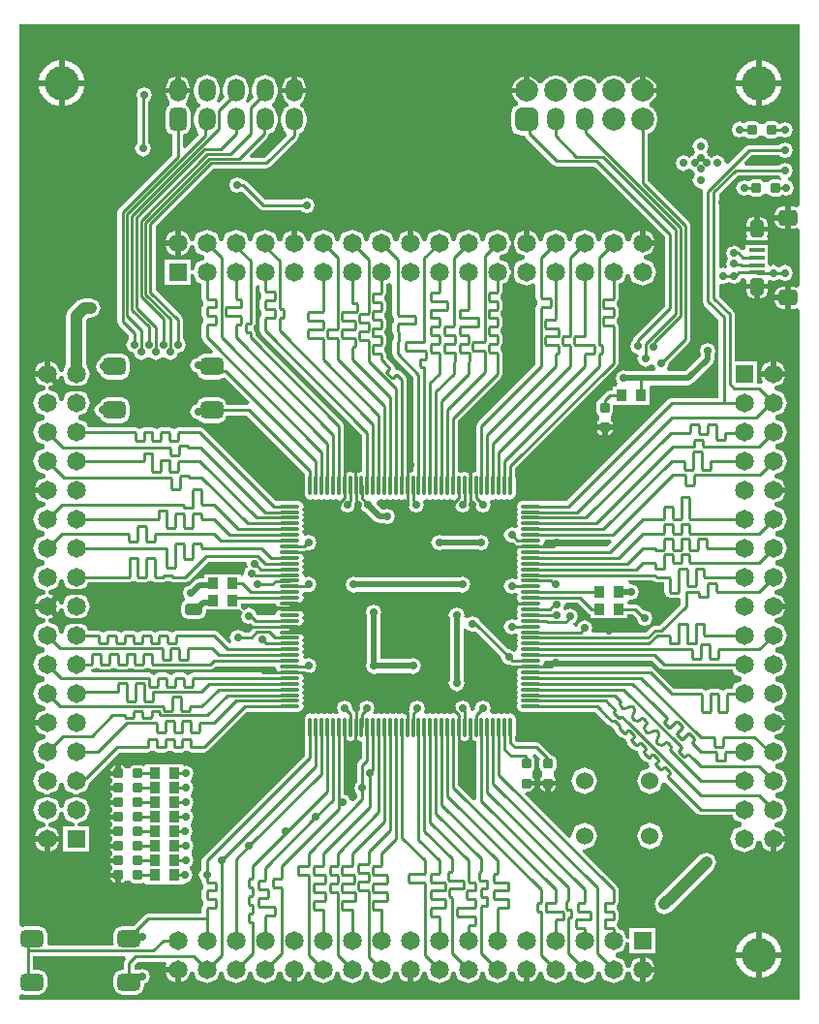
<source format=gtl>
G04*
G04 #@! TF.GenerationSoftware,Altium Limited,Altium Designer,20.0.11 (256)*
G04*
G04 Layer_Physical_Order=1*
G04 Layer_Color=255*
%FSLAX25Y25*%
%MOIN*%
G70*
G01*
G75*
%ADD11C,0.00984*%
%ADD16R,0.05315X0.01575*%
%ADD17O,0.01181X0.07087*%
%ADD18O,0.07087X0.01181*%
%ADD19R,0.03543X0.03937*%
G04:AMPARAMS|DCode=20|XSize=31.5mil|YSize=31.5mil|CornerRadius=3.94mil|HoleSize=0mil|Usage=FLASHONLY|Rotation=270.000|XOffset=0mil|YOffset=0mil|HoleType=Round|Shape=RoundedRectangle|*
%AMROUNDEDRECTD20*
21,1,0.03150,0.02362,0,0,270.0*
21,1,0.02362,0.03150,0,0,270.0*
1,1,0.00787,-0.01181,-0.01181*
1,1,0.00787,-0.01181,0.01181*
1,1,0.00787,0.01181,0.01181*
1,1,0.00787,0.01181,-0.01181*
%
%ADD20ROUNDEDRECTD20*%
G04:AMPARAMS|DCode=21|XSize=31.5mil|YSize=31.5mil|CornerRadius=3.94mil|HoleSize=0mil|Usage=FLASHONLY|Rotation=180.000|XOffset=0mil|YOffset=0mil|HoleType=Round|Shape=RoundedRectangle|*
%AMROUNDEDRECTD21*
21,1,0.03150,0.02362,0,0,180.0*
21,1,0.02362,0.03150,0,0,180.0*
1,1,0.00787,-0.01181,0.01181*
1,1,0.00787,0.01181,0.01181*
1,1,0.00787,0.01181,-0.01181*
1,1,0.00787,-0.01181,-0.01181*
%
%ADD21ROUNDEDRECTD21*%
G04:AMPARAMS|DCode=22|XSize=78.74mil|YSize=59.06mil|CornerRadius=14.76mil|HoleSize=0mil|Usage=FLASHONLY|Rotation=0.000|XOffset=0mil|YOffset=0mil|HoleType=Round|Shape=RoundedRectangle|*
%AMROUNDEDRECTD22*
21,1,0.07874,0.02953,0,0,0.0*
21,1,0.04921,0.05906,0,0,0.0*
1,1,0.02953,0.02461,-0.01476*
1,1,0.02953,-0.02461,-0.01476*
1,1,0.02953,-0.02461,0.01476*
1,1,0.02953,0.02461,0.01476*
%
%ADD22ROUNDEDRECTD22*%
G04:AMPARAMS|DCode=23|XSize=39.37mil|YSize=59.06mil|CornerRadius=9.84mil|HoleSize=0mil|Usage=FLASHONLY|Rotation=90.000|XOffset=0mil|YOffset=0mil|HoleType=Round|Shape=RoundedRectangle|*
%AMROUNDEDRECTD23*
21,1,0.03937,0.03937,0,0,90.0*
21,1,0.01968,0.05906,0,0,90.0*
1,1,0.01968,0.01968,0.00984*
1,1,0.01968,0.01968,-0.00984*
1,1,0.01968,-0.01968,-0.00984*
1,1,0.01968,-0.01968,0.00984*
%
%ADD23ROUNDEDRECTD23*%
%ADD43C,0.03937*%
%ADD44C,0.01968*%
G04:AMPARAMS|DCode=45|XSize=66.93mil|YSize=55.12mil|CornerRadius=13.78mil|HoleSize=0mil|Usage=FLASHONLY|Rotation=180.000|XOffset=0mil|YOffset=0mil|HoleType=Round|Shape=RoundedRectangle|*
%AMROUNDEDRECTD45*
21,1,0.06693,0.02756,0,0,180.0*
21,1,0.03937,0.05512,0,0,180.0*
1,1,0.02756,-0.01968,0.01378*
1,1,0.02756,0.01968,0.01378*
1,1,0.02756,0.01968,-0.01378*
1,1,0.02756,-0.01968,-0.01378*
%
%ADD45ROUNDEDRECTD45*%
G04:AMPARAMS|DCode=46|XSize=60mil|YSize=49.21mil|CornerRadius=12.3mil|HoleSize=0mil|Usage=FLASHONLY|Rotation=90.000|XOffset=0mil|YOffset=0mil|HoleType=Round|Shape=RoundedRectangle|*
%AMROUNDEDRECTD46*
21,1,0.06000,0.02461,0,0,90.0*
21,1,0.03539,0.04921,0,0,90.0*
1,1,0.02461,0.01230,0.01770*
1,1,0.02461,0.01230,-0.01770*
1,1,0.02461,-0.01230,-0.01770*
1,1,0.02461,-0.01230,0.01770*
%
%ADD46ROUNDEDRECTD46*%
%ADD47C,0.06496*%
%ADD48R,0.06496X0.06496*%
%ADD49O,0.05906X0.07874*%
G04:AMPARAMS|DCode=50|XSize=59.06mil|YSize=78.74mil|CornerRadius=14.76mil|HoleSize=0mil|Usage=FLASHONLY|Rotation=0.000|XOffset=0mil|YOffset=0mil|HoleType=Round|Shape=RoundedRectangle|*
%AMROUNDEDRECTD50*
21,1,0.05906,0.04921,0,0,0.0*
21,1,0.02953,0.07874,0,0,0.0*
1,1,0.02953,0.01476,-0.02461*
1,1,0.02953,-0.01476,-0.02461*
1,1,0.02953,-0.01476,0.02461*
1,1,0.02953,0.01476,0.02461*
%
%ADD50ROUNDEDRECTD50*%
%ADD51C,0.07874*%
G04:AMPARAMS|DCode=52|XSize=78.74mil|YSize=78.74mil|CornerRadius=19.68mil|HoleSize=0mil|Usage=FLASHONLY|Rotation=0.000|XOffset=0mil|YOffset=0mil|HoleType=Round|Shape=RoundedRectangle|*
%AMROUNDEDRECTD52*
21,1,0.07874,0.03937,0,0,0.0*
21,1,0.03937,0.07874,0,0,0.0*
1,1,0.03937,0.01968,-0.01968*
1,1,0.03937,-0.01968,-0.01968*
1,1,0.03937,-0.01968,0.01968*
1,1,0.03937,0.01968,0.01968*
%
%ADD52ROUNDEDRECTD52*%
%ADD53R,0.06496X0.06496*%
%ADD54C,0.06000*%
%ADD55C,0.11811*%
%ADD56C,0.02362*%
%ADD57C,0.02756*%
G36*
X270162Y274677D02*
X269178Y274019D01*
X268051Y274486D01*
X267067D01*
Y270551D01*
Y266616D01*
X268051D01*
X269178Y267083D01*
X270162Y266425D01*
Y247118D01*
X269178Y246460D01*
X268051Y246927D01*
X267067D01*
Y242992D01*
Y239057D01*
X268051D01*
X269178Y239524D01*
X270162Y238866D01*
Y1491D01*
X1491D01*
Y3013D01*
X2310Y3560D01*
X3307Y3147D01*
X8228D01*
X10262Y3990D01*
X11105Y6024D01*
Y8976D01*
X10262Y11010D01*
X8228Y11853D01*
X6142D01*
Y16461D01*
X37810D01*
X38187Y15551D01*
X37952Y15316D01*
X37421Y14035D01*
Y11853D01*
X36772D01*
X34738Y11010D01*
X33895Y8976D01*
Y6024D01*
X34738Y3990D01*
X36772Y3147D01*
X41693D01*
X43727Y3990D01*
X44569Y6024D01*
Y6978D01*
X45758Y7470D01*
X46569Y9429D01*
X45758Y11388D01*
X43799Y12199D01*
X42770Y11773D01*
X41886D01*
X41693Y11853D01*
X41043D01*
Y13285D01*
X42219Y14461D01*
X51631D01*
X52178Y13642D01*
X51811Y12756D01*
X55984D01*
Y11772D01*
X56968D01*
Y7598D01*
X59224Y8532D01*
X60345Y11240D01*
X61410D01*
X62594Y8382D01*
X65984Y6978D01*
X69374Y8382D01*
X70452Y10983D01*
X71517D01*
X72594Y8382D01*
X75984Y6978D01*
X79374Y8382D01*
X80452Y10983D01*
X81517D01*
X82594Y8382D01*
X85984Y6978D01*
X89374Y8382D01*
X90558Y11240D01*
X91624D01*
X92745Y8532D01*
X95000Y7598D01*
Y11772D01*
X96969D01*
Y7598D01*
X99224Y8532D01*
X100345Y11240D01*
X101410D01*
X102594Y8382D01*
X105984Y6978D01*
X109374Y8382D01*
X110452Y10983D01*
X111517D01*
X112594Y8382D01*
X115984Y6978D01*
X119374Y8382D01*
X120452Y10983D01*
X121517D01*
X122594Y8382D01*
X125984Y6978D01*
X129374Y8382D01*
X130558Y11240D01*
X131623D01*
X132745Y8532D01*
X135000Y7598D01*
Y11772D01*
X136969D01*
Y7598D01*
X139224Y8532D01*
X140345Y11240D01*
X141410D01*
X142594Y8382D01*
X145984Y6978D01*
X149374Y8382D01*
X150452Y10983D01*
X151517D01*
X152594Y8382D01*
X155984Y6978D01*
X159374Y8382D01*
X160452Y10983D01*
X161517D01*
X162594Y8382D01*
X165984Y6978D01*
X169374Y8382D01*
X170558Y11240D01*
X171624D01*
X172745Y8532D01*
X175000Y7598D01*
Y11772D01*
X176969D01*
Y7598D01*
X179224Y8532D01*
X180345Y11240D01*
X181410D01*
X182594Y8382D01*
X185984Y6978D01*
X189374Y8382D01*
X190452Y10983D01*
X191517D01*
X192594Y8382D01*
X195984Y6978D01*
X199374Y8382D01*
X200452Y10983D01*
X201517D01*
X202594Y8382D01*
X205984Y6978D01*
X209374Y8382D01*
X210558Y11240D01*
X211624D01*
X212745Y8532D01*
X215000Y7598D01*
Y11772D01*
Y15945D01*
X212745Y15011D01*
X211624Y12303D01*
X210558D01*
X209374Y15162D01*
X206773Y16239D01*
Y17304D01*
X209374Y18382D01*
X210571Y21271D01*
X211555Y21075D01*
Y17343D01*
X220413D01*
Y26201D01*
X211555D01*
Y22468D01*
X210571Y22273D01*
X209374Y25162D01*
X207795Y25815D01*
X207265Y27096D01*
X207125Y27362D01*
X207374Y28215D01*
X207795Y29232D01*
X207795Y29232D01*
Y31594D01*
X207795Y31594D01*
X207265Y32875D01*
X207054Y33366D01*
X207265Y33857D01*
X207795Y35138D01*
X207795Y35138D01*
Y39272D01*
X207265Y40552D01*
X207265Y40552D01*
X195355Y52462D01*
X195902Y53280D01*
X195984Y53246D01*
X199184Y54572D01*
X200510Y57772D01*
X199184Y60972D01*
X195984Y62297D01*
X192784Y60972D01*
X191459Y57772D01*
X191493Y57690D01*
X190674Y57143D01*
X175549Y72268D01*
X175956Y73253D01*
X177165D01*
X178220Y73689D01*
X178657Y74744D01*
Y74941D01*
X175984D01*
Y76909D01*
X178657D01*
Y77106D01*
X178220Y78161D01*
X177953Y78272D01*
Y80059D01*
X178371Y80232D01*
X178870Y81437D01*
Y83799D01*
X178371Y85005D01*
X178343Y85016D01*
X178216Y85404D01*
X178758Y86225D01*
X178953Y86242D01*
X180832Y84363D01*
X180599Y83799D01*
Y81437D01*
X181098Y80232D01*
X181516Y80059D01*
Y78272D01*
X181248Y78161D01*
X180812Y77106D01*
Y76909D01*
X183484D01*
X186157D01*
Y77106D01*
X185720Y78161D01*
X185453Y78272D01*
Y80059D01*
X185871Y80232D01*
X186370Y81437D01*
Y83799D01*
X185871Y85005D01*
X184810Y85444D01*
X184765Y85552D01*
X184765Y85552D01*
X180765Y89552D01*
X179484Y90083D01*
X172734D01*
X172244Y90573D01*
Y92026D01*
X172351Y92283D01*
Y98189D01*
X171789Y99545D01*
X170433Y100107D01*
X169449Y99699D01*
X168465Y100107D01*
X167480Y99699D01*
X166496Y100107D01*
X165512Y99699D01*
X164528Y100107D01*
X164047Y99908D01*
X163294Y100661D01*
X163754Y101772D01*
X162943Y103730D01*
X160984Y104542D01*
X159026Y103730D01*
X158214Y101772D01*
X158275Y101624D01*
X157442Y100791D01*
X157412Y100788D01*
X156625Y101459D01*
X156754Y101772D01*
X155943Y103730D01*
X153984Y104542D01*
X152026Y103730D01*
X151214Y101772D01*
X151611Y100815D01*
X150857Y100061D01*
X150748Y100107D01*
X149764Y99699D01*
X148779Y100107D01*
X147795Y99699D01*
X146811Y100107D01*
X145827Y99699D01*
X144843Y100107D01*
X143858Y99699D01*
X142874Y100107D01*
X141890Y99699D01*
X140905Y100107D01*
X140664Y100348D01*
X141254Y101772D01*
X140443Y103730D01*
X138484Y104542D01*
X136526Y103730D01*
X135714Y101772D01*
X135885Y101360D01*
X135725Y101201D01*
X135534Y100738D01*
X135000Y99893D01*
X134273Y99592D01*
X133031Y100107D01*
X132047Y99699D01*
X131063Y100107D01*
X130079Y99699D01*
X129095Y100107D01*
X128110Y99699D01*
X127126Y100107D01*
X126142Y99699D01*
X125157Y100107D01*
X124173Y99699D01*
X123189Y100107D01*
X123101Y100195D01*
X123754Y101772D01*
X122943Y103730D01*
X120984Y104542D01*
X119026Y103730D01*
X118214Y101772D01*
X118384Y101363D01*
X118009Y100989D01*
X117892Y100707D01*
X117792Y100572D01*
X116771D01*
X116558Y101087D01*
X116143Y101502D01*
X116254Y101772D01*
X115443Y103730D01*
X113484Y104542D01*
X111526Y103730D01*
X110714Y101772D01*
X111396Y100125D01*
X111378Y100107D01*
X110394Y99699D01*
X109409Y100107D01*
X108425Y99699D01*
X107441Y100107D01*
X106457Y99699D01*
X105472Y100107D01*
X104488Y99699D01*
X103504Y100107D01*
X102520Y99699D01*
X101535Y100107D01*
X100180Y99545D01*
X99618Y98189D01*
Y92283D01*
X99724Y92026D01*
Y85573D01*
X64704Y50552D01*
X64173Y49272D01*
Y46291D01*
X64026Y46230D01*
X63214Y44272D01*
X64026Y42313D01*
X64173Y42252D01*
Y42185D01*
X64704Y40904D01*
X64915Y40413D01*
X64704Y39922D01*
X64173Y38642D01*
Y36280D01*
X64704Y34999D01*
X64915Y34508D01*
X64704Y34017D01*
X64173Y32736D01*
Y31083D01*
X45885D01*
X44604Y30552D01*
X40905Y26853D01*
X36772D01*
X34738Y26010D01*
X33895Y23976D01*
Y21024D01*
X33946Y20901D01*
X33399Y20083D01*
X11601D01*
X11054Y20901D01*
X11105Y21024D01*
Y23976D01*
X10262Y26010D01*
X8228Y26853D01*
X3307D01*
X2310Y26440D01*
X1491Y26987D01*
Y337091D01*
X270162D01*
Y274677D01*
D02*
G37*
G36*
X117334Y92283D02*
X117896Y90927D01*
X118010Y90880D01*
X118010Y90880D01*
X119252Y90366D01*
X119409Y90261D01*
Y84550D01*
X118204Y83345D01*
X117673Y82064D01*
Y76291D01*
X117526Y76230D01*
X116714Y74272D01*
X117526Y72313D01*
X117673Y72252D01*
Y71022D01*
X116368Y69717D01*
X115254Y69995D01*
X114648Y71459D01*
X113189Y72063D01*
Y90474D01*
X113211Y90489D01*
X114076Y90879D01*
X115315Y90366D01*
X116556Y90880D01*
X116557Y90880D01*
X116671Y90927D01*
X117233Y92283D01*
Y95236D01*
X117334D01*
Y92283D01*
D02*
G37*
G36*
X156704D02*
X157266Y90927D01*
X157380Y90880D01*
X157381Y90880D01*
X158622Y90366D01*
X158780Y90261D01*
Y70430D01*
X157795Y70022D01*
X152559Y75258D01*
Y90474D01*
X152582Y90489D01*
X153446Y90879D01*
X154685Y90366D01*
X155927Y90880D01*
X155927Y90880D01*
X156041Y90927D01*
X156603Y92283D01*
Y95236D01*
X156704D01*
Y92283D01*
D02*
G37*
%LPC*%
G36*
X256968Y324604D02*
Y317756D01*
X263817D01*
X263401Y319844D01*
X261661Y322448D01*
X259056Y324189D01*
X256968Y324604D01*
D02*
G37*
G36*
X16969D02*
Y317756D01*
X23817D01*
X23401Y319844D01*
X21661Y322448D01*
X19057Y324189D01*
X16969Y324604D01*
D02*
G37*
G36*
X255000D02*
X252912Y324189D01*
X250307Y322448D01*
X248567Y319844D01*
X248152Y317756D01*
X255000D01*
Y324604D01*
D02*
G37*
G36*
X15000D02*
X12912Y324189D01*
X10307Y322448D01*
X8567Y319844D01*
X8152Y317756D01*
X15000D01*
Y324604D01*
D02*
G37*
G36*
X205984Y319490D02*
X203987Y319093D01*
X202294Y317962D01*
X201576Y316887D01*
X200392D01*
X199674Y317962D01*
X197981Y319093D01*
X195984Y319490D01*
X193987Y319093D01*
X192294Y317962D01*
X191576Y316887D01*
X190392D01*
X189674Y317962D01*
X187981Y319093D01*
X185984Y319490D01*
X183987Y319093D01*
X182294Y317962D01*
X181447Y316694D01*
X180312Y316652D01*
X179532Y317820D01*
X177904Y318907D01*
X176969Y319093D01*
Y314272D01*
X175984D01*
Y313287D01*
X171162D01*
X171349Y312351D01*
X172436Y310724D01*
X173049Y310314D01*
X172940Y309204D01*
X171605Y308651D01*
X170607Y306240D01*
Y302303D01*
X171605Y299892D01*
X174016Y298894D01*
X175356D01*
X175663Y298154D01*
X185097Y288719D01*
X186378Y288189D01*
X186378Y288189D01*
X199506D01*
X223673Y264021D01*
Y240022D01*
X213204Y229552D01*
X212683Y228295D01*
X212526Y228230D01*
X211714Y226272D01*
X212526Y224313D01*
X214484Y223502D01*
X214744Y223242D01*
X214230Y222000D01*
X215041Y220041D01*
X217000Y219230D01*
X218959Y220041D01*
X219972Y219916D01*
X220541Y218541D01*
X220205Y217615D01*
X210513D01*
X209484Y218042D01*
X207526Y217230D01*
X206714Y215272D01*
X207487Y213405D01*
X207131Y212421D01*
X205685D01*
Y211083D01*
X204638D01*
X203357Y210552D01*
X201704Y208899D01*
X201236Y207769D01*
X200598Y207505D01*
X200099Y206299D01*
Y203937D01*
X200598Y202732D01*
X201016Y202559D01*
Y200772D01*
X200748Y200661D01*
X200312Y199606D01*
Y199409D01*
X202984D01*
X205657D01*
Y199606D01*
X205220Y200661D01*
X204953Y200772D01*
Y202559D01*
X205371Y202732D01*
X205870Y203937D01*
Y206122D01*
X211394D01*
X211591Y206122D01*
X212378D01*
X212575Y206122D01*
X218284D01*
Y212421D01*
X219058Y212928D01*
X231889D01*
X233546Y213614D01*
X240066Y220134D01*
X240753Y221792D01*
Y223561D01*
X241254Y224772D01*
X240443Y226730D01*
X238484Y227542D01*
X236526Y226730D01*
X235714Y224772D01*
X236065Y223925D01*
Y222762D01*
X230918Y217615D01*
X224795D01*
X224459Y218541D01*
X225270Y220500D01*
X225209Y220648D01*
X231989Y227428D01*
X231989Y227428D01*
X232520Y228709D01*
Y267728D01*
X232520Y267728D01*
X231989Y269009D01*
X231989Y269009D01*
X217795Y283203D01*
Y299413D01*
X217981Y299450D01*
X219674Y300582D01*
X220805Y302275D01*
X221203Y304272D01*
X220805Y306269D01*
X219674Y307962D01*
X218407Y308809D01*
X218365Y309944D01*
X219532Y310724D01*
X220620Y312351D01*
X220806Y313287D01*
X215984D01*
Y314272D01*
X215000D01*
Y319093D01*
X214064Y318907D01*
X212436Y317820D01*
X211656Y316652D01*
X210521Y316694D01*
X209674Y317962D01*
X207981Y319093D01*
X205984Y319490D01*
D02*
G37*
G36*
X216968Y319093D02*
Y315256D01*
X220806D01*
X220620Y316192D01*
X219532Y317820D01*
X217904Y318907D01*
X216968Y319093D01*
D02*
G37*
G36*
X175000D02*
X174064Y318907D01*
X172436Y317820D01*
X171349Y316192D01*
X171162Y315256D01*
X175000D01*
Y319093D01*
D02*
G37*
G36*
X96969Y319110D02*
Y315256D01*
X100246D01*
Y315256D01*
X98997Y318269D01*
X96969Y319110D01*
D02*
G37*
G36*
X95000D02*
X92971Y318269D01*
X91723Y315256D01*
Y315256D01*
X95000D01*
Y319110D01*
D02*
G37*
G36*
X56968D02*
Y315256D01*
X60246D01*
Y315256D01*
X58997Y318269D01*
X56968Y319110D01*
D02*
G37*
G36*
X55000D02*
X52971Y318269D01*
X51723Y315256D01*
Y315256D01*
X55000D01*
Y319110D01*
D02*
G37*
G36*
X85984Y319730D02*
X82820Y318420D01*
X81510Y315256D01*
Y313287D01*
X82070Y311935D01*
X80181Y310046D01*
X79347Y310603D01*
X80459Y313287D01*
Y315256D01*
X79148Y318420D01*
X75984Y319730D01*
X72820Y318420D01*
X71510Y315256D01*
Y313287D01*
X72070Y311935D01*
X70181Y310046D01*
X69347Y310603D01*
X70459Y313287D01*
Y315256D01*
X69148Y318420D01*
X65984Y319730D01*
X62820Y318420D01*
X61510Y315256D01*
Y313287D01*
X62820Y310123D01*
X63689Y309764D01*
Y308780D01*
X62820Y308420D01*
X61510Y305256D01*
Y303287D01*
X62820Y300124D01*
X62865Y300105D01*
X63095Y298944D01*
X58705Y294553D01*
X57795Y294930D01*
Y299073D01*
X59495Y299777D01*
X60337Y301811D01*
Y306732D01*
X59495Y308766D01*
X58712Y309090D01*
Y310156D01*
X58997Y310274D01*
X60246Y313287D01*
Y313287D01*
X51723D01*
Y313287D01*
X52971Y310274D01*
X53257Y310156D01*
Y309090D01*
X52474Y308766D01*
X51631Y306732D01*
Y301811D01*
X52474Y299777D01*
X54173Y299073D01*
Y292249D01*
X35704Y273779D01*
X35173Y272499D01*
Y234669D01*
X35704Y233389D01*
X39173Y229919D01*
Y228791D01*
X39026Y228730D01*
X38214Y226772D01*
X39026Y224813D01*
X40793Y224081D01*
X41526Y222313D01*
X43484Y221502D01*
X45443Y222313D01*
X45492Y222432D01*
X46476D01*
X46526Y222313D01*
X48484Y221502D01*
X50443Y222313D01*
X50492Y222432D01*
X51476D01*
X51526Y222313D01*
X53484Y221502D01*
X55443Y222313D01*
X56175Y224081D01*
X57943Y224813D01*
X58754Y226772D01*
X57943Y228730D01*
X57795Y228791D01*
Y235354D01*
X57795Y235354D01*
X57265Y236635D01*
X48295Y245604D01*
Y267522D01*
X68234Y287461D01*
X86484D01*
X87765Y287991D01*
X97265Y297491D01*
X97795Y298772D01*
X98080Y299681D01*
X99148Y300124D01*
X100459Y303287D01*
Y305256D01*
X99148Y308420D01*
X98023Y308886D01*
Y309870D01*
X98997Y310274D01*
X100246Y313287D01*
Y313287D01*
X91723D01*
Y313287D01*
X92971Y310274D01*
X93946Y309870D01*
Y308886D01*
X92820Y308420D01*
X91510Y305256D01*
Y303287D01*
X92820Y300124D01*
X93218Y299959D01*
X93449Y298798D01*
X85734Y291083D01*
X81143D01*
X80766Y291992D01*
X86928Y298154D01*
X87453Y299421D01*
X89148Y300124D01*
X90459Y303287D01*
Y305256D01*
X89148Y308420D01*
X88280Y308780D01*
Y309764D01*
X89148Y310123D01*
X90459Y313287D01*
Y315256D01*
X89148Y318420D01*
X85984Y319730D01*
D02*
G37*
G36*
X263817Y315787D02*
X256968D01*
Y308939D01*
X259056Y309354D01*
X261661Y311095D01*
X263401Y313699D01*
X263817Y315787D01*
D02*
G37*
G36*
X23817D02*
X16969D01*
Y308939D01*
X19057Y309354D01*
X21661Y311095D01*
X23401Y313699D01*
X23817Y315787D01*
D02*
G37*
G36*
X255000D02*
X248152D01*
X248567Y313699D01*
X250307Y311095D01*
X252912Y309354D01*
X255000Y308939D01*
Y315787D01*
D02*
G37*
G36*
X15000D02*
X8152D01*
X8567Y313699D01*
X10307Y311095D01*
X12912Y309354D01*
X15000Y308939D01*
Y315787D01*
D02*
G37*
G36*
X261512Y303657D02*
X259150D01*
X257944Y303158D01*
X257771Y302740D01*
X256197D01*
X256024Y303158D01*
X254819Y303657D01*
X252457D01*
X251251Y303158D01*
X251144Y302899D01*
X249408Y303618D01*
X247449Y302807D01*
X246638Y300848D01*
X247449Y298889D01*
X249408Y298078D01*
X251090Y298775D01*
X251251Y298385D01*
X252457Y297886D01*
X254819D01*
X256024Y298385D01*
X256197Y298803D01*
X257771D01*
X257944Y298385D01*
X259150Y297886D01*
X261512D01*
X262717Y298385D01*
X262717Y298385D01*
X263026Y298813D01*
X264984Y298002D01*
X266943Y298813D01*
X267754Y300772D01*
X266943Y302730D01*
X264984Y303542D01*
X263026Y302730D01*
X262717Y303158D01*
X262717Y303158D01*
X262328Y303319D01*
X261512Y303657D01*
D02*
G37*
G36*
X44484Y315542D02*
X42526Y314730D01*
X41714Y312772D01*
X42173Y311664D01*
Y296291D01*
X42026Y296230D01*
X41214Y294272D01*
X42026Y292313D01*
X43984Y291502D01*
X45943Y292313D01*
X46754Y294272D01*
X45943Y296230D01*
X45795Y296291D01*
Y310545D01*
X46443Y310813D01*
X47254Y312772D01*
X46443Y314730D01*
X44484Y315542D01*
D02*
G37*
G36*
X235984Y297947D02*
X234026Y297136D01*
X233214Y295177D01*
X233656Y294111D01*
X234022Y293209D01*
X233656Y292306D01*
X233449Y291807D01*
X232950Y291600D01*
X232047Y291234D01*
X231145Y291600D01*
X230079Y292042D01*
X228120Y291230D01*
X227309Y289272D01*
X228120Y287313D01*
X230079Y286502D01*
X231145Y286943D01*
X232047Y287309D01*
X232950Y286943D01*
X233449Y286736D01*
X233656Y286237D01*
X234022Y285335D01*
X233656Y284432D01*
X233214Y283366D01*
X234026Y281407D01*
X235984Y280596D01*
X236079Y280635D01*
X236832Y279882D01*
X236673Y279499D01*
Y241772D01*
X237204Y240491D01*
X242173Y235522D01*
Y208583D01*
X225984D01*
X225984Y208583D01*
X224704Y208052D01*
X224704Y208052D01*
X189683Y173032D01*
X180730D01*
X180472Y173138D01*
X174567D01*
X173211Y172576D01*
X172649Y171221D01*
X173057Y170236D01*
X172649Y169252D01*
X173057Y168268D01*
X172649Y167283D01*
X173057Y166299D01*
X172649Y165315D01*
X173057Y164331D01*
X172651Y163351D01*
X170984Y164042D01*
X169026Y163230D01*
X168214Y161272D01*
X169026Y159313D01*
X170984Y158502D01*
X171209Y158595D01*
X171637Y158167D01*
X171637Y158167D01*
X172030Y158004D01*
X172862Y157441D01*
X173164Y156714D01*
X172649Y155472D01*
X173057Y154488D01*
X172649Y153504D01*
X173057Y152520D01*
X172649Y151535D01*
X173057Y150551D01*
X172649Y149567D01*
X173057Y148583D01*
X172649Y147598D01*
X172990Y146776D01*
X172451Y145934D01*
X170984Y146542D01*
X169026Y145730D01*
X168214Y143772D01*
X169026Y141813D01*
X170984Y141002D01*
X172650Y141692D01*
X173057Y140709D01*
X172649Y139724D01*
X173164Y138483D01*
X173163Y138483D01*
X173211Y138368D01*
X174567Y137807D01*
X177520D01*
Y137705D01*
X174567D01*
X173211Y137144D01*
X173163Y137029D01*
X173164Y137029D01*
X172649Y135787D01*
X173057Y134803D01*
X172649Y133819D01*
X173057Y132835D01*
X172650Y131852D01*
X170984Y132542D01*
X169026Y131730D01*
X168214Y129772D01*
X169026Y127813D01*
X170984Y127002D01*
X172451Y127609D01*
X172990Y126767D01*
X172649Y125945D01*
X173057Y124961D01*
X172649Y123976D01*
X173057Y122992D01*
X172649Y122008D01*
X172789Y121670D01*
X171898Y121249D01*
X169984Y122042D01*
X169837Y121980D01*
X159765Y132052D01*
X159715Y132073D01*
X159443Y132730D01*
X157484Y133542D01*
X155526Y132730D01*
X154679Y133170D01*
X154585Y133363D01*
X154754Y133772D01*
X153943Y135730D01*
X151984Y136542D01*
X150026Y135730D01*
X149214Y133772D01*
X149641Y132743D01*
Y111301D01*
X149214Y110272D01*
X150026Y108313D01*
X151984Y107502D01*
X153943Y108313D01*
X154754Y110272D01*
X154328Y111301D01*
Y129132D01*
X155312Y129328D01*
X155526Y128813D01*
X157484Y128002D01*
X158339Y128356D01*
X167276Y119419D01*
X167214Y119272D01*
X168026Y117313D01*
X169984Y116502D01*
X170319Y116640D01*
X171147Y116297D01*
X172732D01*
X172862Y116102D01*
X173164Y115375D01*
X172649Y114134D01*
X173057Y113150D01*
X172649Y112165D01*
X173057Y111181D01*
X172649Y110197D01*
X173057Y109213D01*
X172649Y108228D01*
X173057Y107244D01*
X172649Y106260D01*
X173057Y105276D01*
X172649Y104291D01*
X173057Y103307D01*
X172649Y102323D01*
X173211Y100967D01*
X174567Y100405D01*
X180472D01*
X180730Y100512D01*
X199683D01*
X202284Y97910D01*
X204163Y96031D01*
X204163Y96031D01*
X204739Y95793D01*
X205444Y95501D01*
X205444Y95500D01*
X206138Y94807D01*
X206138Y94806D01*
X206396Y94185D01*
X206669Y93526D01*
X206669Y93526D01*
X206669Y93526D01*
X208339Y91855D01*
X208339Y91855D01*
X209620Y91325D01*
X210116Y91127D01*
X210314Y90631D01*
X210845Y89350D01*
X212515Y87680D01*
X212515Y87680D01*
X213796Y87149D01*
X214292Y86951D01*
X214490Y86455D01*
X215020Y85174D01*
X216691Y83504D01*
X216691Y83504D01*
X217971Y82973D01*
X218123Y82913D01*
X218522Y81867D01*
X218163Y81164D01*
X215284Y79972D01*
X213959Y76772D01*
X215284Y73572D01*
X218484Y72246D01*
X221684Y73572D01*
X222723Y76079D01*
X223884Y76310D01*
X228454Y71741D01*
X234704Y65491D01*
X234704Y65491D01*
X235984Y64961D01*
X246940D01*
X247594Y63382D01*
X250195Y62304D01*
Y61239D01*
X247594Y60162D01*
X246190Y56772D01*
X247594Y53382D01*
X250984Y51978D01*
X254374Y53382D01*
X255558Y56240D01*
X256624D01*
X257745Y53532D01*
X260000Y52598D01*
Y56772D01*
X260984D01*
Y57756D01*
X265158D01*
X264224Y60011D01*
X261516Y61132D01*
Y62198D01*
X264374Y63382D01*
X265778Y66772D01*
X264374Y70162D01*
X261773Y71239D01*
Y72304D01*
X264374Y73382D01*
X265778Y76772D01*
X264374Y80162D01*
X261773Y81239D01*
Y82304D01*
X264374Y83382D01*
X265778Y86772D01*
X264374Y90162D01*
X261516Y91346D01*
Y92411D01*
X264224Y93532D01*
X265158Y95787D01*
X260984D01*
Y97756D01*
X265158D01*
X264224Y100011D01*
X261516Y101132D01*
Y102198D01*
X264374Y103382D01*
X265778Y106772D01*
X264374Y110162D01*
X261773Y111239D01*
Y112304D01*
X264374Y113382D01*
X265778Y116772D01*
X264374Y120162D01*
X261773Y121239D01*
Y122304D01*
X264374Y123382D01*
X265778Y126772D01*
X264374Y130162D01*
X261516Y131345D01*
Y132411D01*
X264224Y133532D01*
X265158Y135787D01*
X260984D01*
Y137756D01*
X265158D01*
X264224Y140011D01*
X261516Y141132D01*
Y142198D01*
X264374Y143382D01*
X265778Y146772D01*
X264374Y150162D01*
X261773Y151239D01*
Y152304D01*
X264374Y153382D01*
X265778Y156772D01*
X264374Y160162D01*
X261773Y161239D01*
Y162304D01*
X264374Y163382D01*
X265778Y166772D01*
X264374Y170162D01*
X261516Y171345D01*
Y172411D01*
X264224Y173532D01*
X265158Y175787D01*
X260984D01*
Y177756D01*
X265158D01*
X264224Y180011D01*
X261516Y181132D01*
Y182198D01*
X264374Y183382D01*
X265778Y186772D01*
X264374Y190162D01*
X261773Y191239D01*
Y192304D01*
X264374Y193382D01*
X265778Y196772D01*
X264374Y200162D01*
X261773Y201239D01*
Y202304D01*
X264374Y203382D01*
X265778Y206772D01*
X264374Y210162D01*
X261516Y211346D01*
Y212411D01*
X264224Y213532D01*
X265158Y215787D01*
X260984D01*
X256811D01*
X257552Y213999D01*
X256799Y213246D01*
X255984Y213583D01*
X255413D01*
Y221201D01*
X247795D01*
Y237272D01*
X247265Y238552D01*
X247265Y238552D01*
X242295Y243522D01*
Y247491D01*
X243114Y248038D01*
X243856Y247730D01*
X245678Y248485D01*
X247500Y247730D01*
X249459Y248541D01*
X249997Y249843D01*
X251135D01*
X251850Y248997D01*
X251727Y248699D01*
Y247913D01*
X255354D01*
X258982D01*
Y248498D01*
X259487Y249002D01*
X259835Y249210D01*
X260984Y248734D01*
X262114Y249202D01*
X262990Y249528D01*
X263866Y249202D01*
X264996Y248734D01*
X266955Y249545D01*
X267766Y251504D01*
X266955Y253463D01*
X264996Y254274D01*
X263866Y253806D01*
X262990Y253480D01*
X262114Y253806D01*
X260984Y254274D01*
X260011Y253871D01*
X259193Y254418D01*
Y257362D01*
Y261299D01*
X258996D01*
Y261299D01*
X255354D01*
X251713D01*
Y261299D01*
X251516D01*
Y259693D01*
X250532Y259286D01*
X250265Y259552D01*
X249612Y259823D01*
X249443Y260230D01*
X247484Y261042D01*
X245526Y260230D01*
X244714Y258272D01*
X245439Y256522D01*
X244714Y254772D01*
X245110Y253816D01*
X244357Y253063D01*
X243856Y253270D01*
X243114Y252962D01*
X242295Y253509D01*
Y278521D01*
X248734Y284961D01*
X262965D01*
X263026Y284813D01*
X263499Y284617D01*
X263608Y283506D01*
X263520Y283447D01*
X263012Y283657D01*
X260650D01*
X259444Y283158D01*
X259271Y282740D01*
X257697D01*
X257524Y283158D01*
X256319Y283657D01*
X253957D01*
X252751Y283158D01*
X252628Y282861D01*
X250984Y283542D01*
X249026Y282730D01*
X248214Y280772D01*
X249026Y278813D01*
X250984Y278002D01*
X252628Y278683D01*
X252751Y278385D01*
X253957Y277886D01*
X256319D01*
X257524Y278385D01*
X257697Y278803D01*
X259271D01*
X259444Y278385D01*
X260650Y277886D01*
X263012D01*
X264217Y278385D01*
X264267Y278506D01*
X265484Y278002D01*
X267443Y278813D01*
X268254Y280772D01*
X267443Y282730D01*
X265965Y283343D01*
Y284408D01*
X266943Y284813D01*
X267754Y286772D01*
X266943Y288730D01*
X264984Y289542D01*
X263026Y288730D01*
X262965Y288583D01*
X251415D01*
X251039Y289492D01*
X253507Y291961D01*
X262965D01*
X263026Y291813D01*
X264984Y291002D01*
X266943Y291813D01*
X267754Y293772D01*
X266943Y295730D01*
X264984Y296542D01*
X263026Y295730D01*
X262965Y295583D01*
X252757D01*
X252757Y295583D01*
X251477Y295052D01*
X245569Y289145D01*
X244555Y289523D01*
X243848Y291230D01*
X241890Y292042D01*
X240824Y291600D01*
X239921Y291234D01*
X239019Y291600D01*
X238519Y291807D01*
X238313Y292306D01*
X237947Y293209D01*
X238313Y294111D01*
X238754Y295177D01*
X237943Y297136D01*
X235984Y297947D01*
D02*
G37*
G36*
X76484Y284542D02*
X74526Y283730D01*
X73714Y281772D01*
X74526Y279813D01*
X76484Y279002D01*
X78046Y279649D01*
X84150Y273545D01*
X85431Y273014D01*
X98472D01*
X98533Y272867D01*
X100492Y272056D01*
X102450Y272867D01*
X103262Y274825D01*
X102450Y276784D01*
X100492Y277595D01*
X98533Y276784D01*
X98472Y276636D01*
X86181D01*
X79765Y283052D01*
X78508Y283573D01*
X78443Y283730D01*
X76484Y284542D01*
D02*
G37*
G36*
X265099Y274486D02*
X264114D01*
X262306Y273737D01*
X261557Y271929D01*
Y271535D01*
X265099D01*
Y274486D01*
D02*
G37*
G36*
X256585Y270781D02*
X256339D01*
Y267598D01*
X258982D01*
Y268384D01*
X258280Y270079D01*
X256585Y270781D01*
D02*
G37*
G36*
X254370D02*
X254124D01*
X252429Y270079D01*
X251727Y268384D01*
Y267598D01*
X254370D01*
Y270781D01*
D02*
G37*
G36*
X265099Y269567D02*
X261557D01*
Y269173D01*
X262306Y267365D01*
X264114Y266616D01*
X265099D01*
Y269567D01*
D02*
G37*
G36*
X258982Y265630D02*
X255354D01*
X251727D01*
Y264844D01*
X252024Y264127D01*
X251713Y263661D01*
X251713D01*
Y262874D01*
X255354D01*
X258996D01*
Y263661D01*
X258996D01*
X258685Y264127D01*
X258982Y264844D01*
Y265630D01*
D02*
G37*
G36*
X216968Y265945D02*
Y262756D01*
X220158D01*
X219223Y265011D01*
X216968Y265945D01*
D02*
G37*
G36*
X55000D02*
X52745Y265011D01*
X51811Y262756D01*
X55000D01*
Y265945D01*
D02*
G37*
G36*
X205984Y266566D02*
X202594Y265162D01*
X201517Y262561D01*
X200452D01*
X199374Y265162D01*
X195984Y266566D01*
X192594Y265162D01*
X191517Y262561D01*
X190452D01*
X189374Y265162D01*
X185984Y266566D01*
X182594Y265162D01*
X181410Y262303D01*
X180345D01*
X179224Y265011D01*
X176969Y265945D01*
Y261772D01*
X175000D01*
Y265945D01*
X172745Y265011D01*
X171624Y262303D01*
X170558D01*
X169374Y265162D01*
X165984Y266566D01*
X162594Y265162D01*
X161517Y262561D01*
X160452D01*
X159374Y265162D01*
X155984Y266566D01*
X152594Y265162D01*
X151517Y262561D01*
X150452D01*
X149374Y265162D01*
X145984Y266566D01*
X142594Y265162D01*
X141410Y262303D01*
X140345D01*
X139224Y265011D01*
X136969Y265945D01*
Y261772D01*
X135000D01*
Y265945D01*
X132745Y265011D01*
X131623Y262303D01*
X130558D01*
X129374Y265162D01*
X125984Y266566D01*
X122594Y265162D01*
X121517Y262561D01*
X120452D01*
X119374Y265162D01*
X115984Y266566D01*
X112594Y265162D01*
X111517Y262561D01*
X110452D01*
X109374Y265162D01*
X105984Y266566D01*
X102594Y265162D01*
X101410Y262303D01*
X100345D01*
X99224Y265011D01*
X96969Y265945D01*
Y261772D01*
X95000D01*
Y265945D01*
X92745Y265011D01*
X91624Y262303D01*
X90558D01*
X89374Y265162D01*
X85984Y266566D01*
X82594Y265162D01*
X81517Y262561D01*
X80452D01*
X79374Y265162D01*
X75984Y266566D01*
X72594Y265162D01*
X71517Y262561D01*
X70452D01*
X69374Y265162D01*
X65984Y266566D01*
X62594Y265162D01*
X61410Y262303D01*
X60345D01*
X59224Y265011D01*
X56968Y265945D01*
Y261772D01*
Y257598D01*
X59224Y258532D01*
X60345Y261240D01*
X61410D01*
X62594Y258382D01*
X65195Y257304D01*
Y256239D01*
X62594Y255162D01*
X61398Y252273D01*
X60413Y252468D01*
Y256201D01*
X51555D01*
Y247342D01*
X60413D01*
Y251075D01*
X61398Y251271D01*
X62594Y248382D01*
X64173Y247728D01*
Y242854D01*
X64704Y241574D01*
X64915Y241083D01*
X64704Y240592D01*
X64173Y239311D01*
Y236949D01*
X64704Y235668D01*
X64915Y235177D01*
X64704Y234686D01*
X64173Y233405D01*
Y229272D01*
X64704Y227991D01*
X68161Y224534D01*
X67784Y223624D01*
X65256D01*
X63222Y222782D01*
X63102Y222493D01*
X62984Y222542D01*
X61026Y221730D01*
X60214Y219772D01*
X61026Y217813D01*
X62651Y217140D01*
X63222Y215761D01*
X65256Y214919D01*
X70177D01*
X72015Y215680D01*
X80654Y207041D01*
X80220Y206083D01*
X72915D01*
X72211Y207782D01*
X70177Y208625D01*
X65256D01*
X63222Y207782D01*
X62651Y206403D01*
X61026Y205730D01*
X60214Y203772D01*
X61026Y201813D01*
X62984Y201002D01*
X63102Y201051D01*
X63222Y200761D01*
X65256Y199919D01*
X70177D01*
X72211Y200761D01*
X72915Y202461D01*
X79840D01*
X99724Y182577D01*
Y181517D01*
X99618Y181260D01*
Y175354D01*
X100180Y173998D01*
X101535Y173437D01*
X102520Y173844D01*
X103504Y173437D01*
X104488Y173844D01*
X105472Y173437D01*
X106457Y173844D01*
X107441Y173437D01*
X108425Y173844D01*
X109409Y173437D01*
X110394Y173844D01*
X111378Y173437D01*
X112116Y172677D01*
X111714Y171708D01*
X112526Y169749D01*
X114484Y168938D01*
X116443Y169749D01*
X117254Y171708D01*
X117392Y171910D01*
X118666Y172029D01*
X118775Y171919D01*
X118714Y171772D01*
X119526Y169813D01*
X120554Y169387D01*
X123752Y166190D01*
X125409Y165503D01*
X125409Y165503D01*
X126774D01*
X127984Y165002D01*
X129943Y165813D01*
X130754Y167772D01*
X129943Y169730D01*
X127984Y170542D01*
X127137Y170191D01*
X126380D01*
X124343Y172228D01*
X124331Y172714D01*
X125157Y173437D01*
X126142Y173844D01*
X127126Y173437D01*
X128110Y173844D01*
X129095Y173437D01*
X130079Y173844D01*
X131063Y173437D01*
X132047Y173844D01*
X133031Y173437D01*
X134114Y173885D01*
X135069Y173462D01*
X135157Y173218D01*
Y173160D01*
X135474Y172397D01*
X135214Y171772D01*
X136026Y169813D01*
X137984Y169002D01*
X139943Y169813D01*
X140754Y171772D01*
X140423Y172571D01*
X140905Y173437D01*
X141890Y173844D01*
X142874Y173437D01*
X143858Y173844D01*
X144843Y173437D01*
X145827Y173844D01*
X146811Y173437D01*
X147795Y173844D01*
X148779Y173437D01*
X149764Y173844D01*
X150748Y173437D01*
X150857Y173482D01*
X151611Y172729D01*
X151214Y171772D01*
X152026Y169813D01*
X153984Y169002D01*
X155943Y169813D01*
X156754Y171772D01*
X156625Y172084D01*
X157412Y172756D01*
X157442Y172753D01*
X158275Y171919D01*
X158214Y171772D01*
X159026Y169813D01*
X160984Y169002D01*
X162943Y169813D01*
X163754Y171772D01*
X163294Y172882D01*
X164047Y173636D01*
X164528Y173437D01*
X165512Y173844D01*
X166496Y173437D01*
X167480Y173844D01*
X168465Y173437D01*
X169449Y173844D01*
X170433Y173437D01*
X171789Y173998D01*
X172351Y175354D01*
Y181260D01*
X172244Y181517D01*
Y184285D01*
X207265Y219306D01*
X207795Y220587D01*
Y224272D01*
Y233189D01*
X207795Y233189D01*
X207265Y234470D01*
X207054Y234961D01*
X207265Y235452D01*
X207795Y236732D01*
X207795Y236732D01*
Y239094D01*
X207795Y239094D01*
X207265Y240375D01*
X207054Y240866D01*
X207265Y241357D01*
X207795Y242638D01*
X207795Y242638D01*
Y245295D01*
Y247728D01*
X209374Y248382D01*
X210452Y250983D01*
X211517D01*
X212594Y248382D01*
X215984Y246978D01*
X219374Y248382D01*
X220778Y251772D01*
X219374Y255162D01*
X216516Y256346D01*
Y257411D01*
X219223Y258532D01*
X220158Y260787D01*
X215984D01*
Y261772D01*
X215000D01*
Y265945D01*
X212745Y265011D01*
X211624Y262303D01*
X210558D01*
X209374Y265162D01*
X205984Y266566D01*
D02*
G37*
G36*
X55000Y260787D02*
X51811D01*
X52745Y258532D01*
X55000Y257598D01*
Y260787D01*
D02*
G37*
G36*
X265099Y246927D02*
X264114D01*
X262306Y246178D01*
X261557Y244370D01*
Y243976D01*
X265099D01*
Y246927D01*
D02*
G37*
G36*
X258982Y245945D02*
X256339D01*
Y242762D01*
X256585D01*
X258280Y243464D01*
X258982Y245160D01*
Y245945D01*
D02*
G37*
G36*
X254370D02*
X251727D01*
Y245160D01*
X252429Y243464D01*
X254124Y242762D01*
X254370D01*
Y245945D01*
D02*
G37*
G36*
X265099Y242008D02*
X261557D01*
Y241614D01*
X262306Y239806D01*
X264114Y239057D01*
X265099D01*
Y242008D01*
D02*
G37*
G36*
X261968Y220945D02*
Y217756D01*
X265158D01*
X264224Y220011D01*
X261968Y220945D01*
D02*
G37*
G36*
X260000D02*
X257745Y220011D01*
X256811Y217756D01*
X260000D01*
Y220945D01*
D02*
G37*
G36*
X10000D02*
X7745Y220011D01*
X6811Y217756D01*
X10000D01*
Y220945D01*
D02*
G37*
G36*
X26178Y242875D02*
X23678D01*
X21267Y241876D01*
X18574Y239182D01*
X17575Y236772D01*
Y220115D01*
X16410Y217303D01*
X15345D01*
X14223Y220011D01*
X11969Y220945D01*
Y216772D01*
X10984D01*
Y215787D01*
X6811D01*
X7745Y213532D01*
X10453Y212411D01*
Y211346D01*
X7594Y210162D01*
X6190Y206772D01*
X7594Y203382D01*
X10195Y202304D01*
Y201239D01*
X7594Y200162D01*
X6190Y196772D01*
X7594Y193382D01*
X10195Y192304D01*
Y191239D01*
X7594Y190162D01*
X6190Y186772D01*
X7594Y183382D01*
X10453Y182198D01*
Y181132D01*
X7745Y180011D01*
X6811Y177756D01*
X10984D01*
Y175787D01*
X6811D01*
X7745Y173532D01*
X10453Y172411D01*
Y171345D01*
X7594Y170162D01*
X6190Y166772D01*
X7594Y163382D01*
X10195Y162304D01*
Y161239D01*
X7594Y160162D01*
X6190Y156772D01*
X7594Y153382D01*
X10195Y152304D01*
Y151239D01*
X7594Y150162D01*
X6190Y146772D01*
X7594Y143382D01*
X10453Y142198D01*
Y141132D01*
X7745Y140011D01*
X6811Y137756D01*
X10984D01*
Y135787D01*
X6811D01*
X7745Y133532D01*
X10453Y132411D01*
Y131345D01*
X7594Y130162D01*
X6190Y126772D01*
X7594Y123382D01*
X10195Y122304D01*
Y121239D01*
X7594Y120162D01*
X6190Y116772D01*
X7594Y113382D01*
X10195Y112304D01*
Y111239D01*
X7594Y110162D01*
X6190Y106772D01*
X7594Y103382D01*
X10453Y102198D01*
Y101132D01*
X7745Y100011D01*
X6811Y97756D01*
X10984D01*
Y95787D01*
X6811D01*
X7745Y93532D01*
X10453Y92411D01*
Y91346D01*
X7594Y90162D01*
X6190Y86772D01*
X7594Y83382D01*
X10195Y82304D01*
Y81239D01*
X7594Y80162D01*
X6190Y76772D01*
X7594Y73382D01*
X10195Y72304D01*
Y71239D01*
X7594Y70162D01*
X6190Y66772D01*
X7594Y63382D01*
X10453Y62198D01*
Y61132D01*
X7745Y60011D01*
X6811Y57756D01*
X10984D01*
X15158D01*
X14223Y60011D01*
X11516Y61132D01*
Y62198D01*
X14374Y63382D01*
X15452Y65983D01*
X16517D01*
X17594Y63382D01*
X20483Y62185D01*
X20288Y61201D01*
X16555D01*
Y52342D01*
X25413D01*
Y61201D01*
X21681D01*
X21485Y62185D01*
X24374Y63382D01*
X25778Y66772D01*
X24374Y70162D01*
X21773Y71239D01*
Y72304D01*
X24374Y73382D01*
X25657Y76478D01*
X25820Y76546D01*
X35734Y86461D01*
X45496D01*
X46777Y86991D01*
X47268Y87202D01*
X47759Y86991D01*
X49039Y86461D01*
X49039Y86461D01*
X51402D01*
X52682Y86991D01*
X53173Y87202D01*
X53664Y86991D01*
X54945Y86461D01*
X54945Y86461D01*
X57307D01*
X58588Y86991D01*
X59079Y87202D01*
X59570Y86991D01*
X60850Y86461D01*
X60850Y86461D01*
X64984D01*
X66265Y86991D01*
X79786Y100512D01*
X91239D01*
X91496Y100405D01*
X97402D01*
X98757Y100967D01*
X99319Y102323D01*
X98911Y103307D01*
X99319Y104291D01*
X98911Y105276D01*
X99319Y106260D01*
X98911Y107244D01*
X99319Y108228D01*
X98911Y109213D01*
X99319Y110197D01*
X98911Y111181D01*
X99319Y112165D01*
X98839Y113325D01*
X99297Y114200D01*
X100984Y113502D01*
X102943Y114313D01*
X103754Y116272D01*
X102943Y118230D01*
X100984Y119042D01*
X99618Y118476D01*
X99008Y119288D01*
X99319Y120039D01*
X98911Y121024D01*
X99319Y122008D01*
X98911Y122992D01*
X99319Y123976D01*
X98911Y124961D01*
X99319Y125945D01*
X98805Y127186D01*
X98805Y127187D01*
X98758Y127301D01*
X97402Y127863D01*
X94449D01*
Y128898D01*
D01*
Y129933D01*
X97402D01*
X98758Y130494D01*
X98805Y130609D01*
X98805Y130609D01*
X99319Y131850D01*
X98911Y132835D01*
X99319Y133819D01*
X98805Y135060D01*
X98805Y135061D01*
X98758Y135175D01*
X97402Y135737D01*
X94449D01*
X91496D01*
X90140Y135175D01*
X90093Y135061D01*
X90093Y135060D01*
X89578Y133819D01*
X89473Y133661D01*
X83379D01*
X83078Y133962D01*
X82459Y135459D01*
X80500Y136270D01*
X78733Y135538D01*
X77784Y135987D01*
Y137913D01*
X89686D01*
X89792Y137756D01*
X90199Y136772D01*
X94449D01*
Y137807D01*
X97402D01*
X98758Y138368D01*
X98805Y138483D01*
X98805Y138483D01*
X99319Y139724D01*
X98911Y140709D01*
X99319Y141693D01*
X100229Y141815D01*
X100984Y141502D01*
X102943Y142313D01*
X103754Y144272D01*
X102943Y146230D01*
X100984Y147042D01*
X99982Y146626D01*
X99229Y147380D01*
X99319Y147598D01*
X98911Y148583D01*
X99319Y149567D01*
X98911Y150551D01*
X99319Y151535D01*
X98911Y152520D01*
X99319Y153504D01*
X98805Y154745D01*
X99106Y155472D01*
X99978Y155941D01*
X100555Y156180D01*
X100984Y156002D01*
X102943Y156813D01*
X103754Y158772D01*
X102943Y160730D01*
X100984Y161542D01*
X99691Y161006D01*
X99319Y161378D01*
X98911Y162362D01*
X99319Y163347D01*
X98911Y164331D01*
X99319Y165315D01*
X98911Y166299D01*
X99319Y167283D01*
X98911Y168268D01*
X99319Y169252D01*
X98911Y170236D01*
X99319Y171221D01*
X98757Y172576D01*
X97402Y173138D01*
X91496D01*
X91239Y173032D01*
X89786D01*
X64765Y198052D01*
X63484Y198583D01*
X56398D01*
X56398Y198583D01*
X55117Y198052D01*
X54626Y197841D01*
X54135Y198052D01*
X52854Y198583D01*
X50492D01*
X50492Y198583D01*
X49211Y198052D01*
X48720Y197841D01*
X48230Y198052D01*
X46949Y198583D01*
X44587D01*
X44587Y198583D01*
X43306Y198052D01*
X42815Y197841D01*
X42324Y198052D01*
X41043Y198583D01*
X25028D01*
X24374Y200162D01*
X21773Y201239D01*
Y202304D01*
X24374Y203382D01*
X25778Y206772D01*
X24374Y210162D01*
X21773Y211239D01*
Y212304D01*
X24374Y213382D01*
X25778Y216772D01*
X24393Y220115D01*
Y235360D01*
X25090Y236056D01*
X26178D01*
X28589Y237055D01*
X29587Y239465D01*
X28589Y241876D01*
X26178Y242875D01*
D02*
G37*
G36*
X36713Y223624D02*
X31791D01*
X29757Y222782D01*
X29237Y221525D01*
X28526Y221230D01*
X27714Y219272D01*
X28526Y217313D01*
X29237Y217019D01*
X29757Y215761D01*
X31791Y214919D01*
X36713D01*
X38747Y215761D01*
X39589Y217795D01*
Y220748D01*
X38747Y222782D01*
X36713Y223624D01*
D02*
G37*
G36*
Y208625D02*
X31791D01*
X29757Y207782D01*
X29340Y206775D01*
X28026Y206230D01*
X27214Y204272D01*
X28026Y202313D01*
X29340Y201768D01*
X29757Y200761D01*
X31791Y199919D01*
X36713D01*
X38747Y200761D01*
X39589Y202795D01*
Y205748D01*
X38747Y207782D01*
X36713Y208625D01*
D02*
G37*
G36*
X205657Y197441D02*
X203969D01*
Y195753D01*
X204165D01*
X205220Y196189D01*
X205657Y197244D01*
Y197441D01*
D02*
G37*
G36*
X202000D02*
X200312D01*
Y197244D01*
X200748Y196189D01*
X201803Y195753D01*
X202000D01*
Y197441D01*
D02*
G37*
G36*
X160484Y161542D02*
X159455Y161115D01*
X147013D01*
X145984Y161542D01*
X144026Y160730D01*
X143214Y158772D01*
X144026Y156813D01*
X145984Y156002D01*
X147013Y156428D01*
X159455D01*
X160484Y156002D01*
X162443Y156813D01*
X163254Y158772D01*
X162443Y160730D01*
X160484Y161542D01*
D02*
G37*
G36*
X153984Y147042D02*
X152955Y146615D01*
X117513D01*
X116484Y147042D01*
X114526Y146230D01*
X113714Y144272D01*
X114526Y142313D01*
X116484Y141502D01*
X117513Y141928D01*
X152955D01*
X153984Y141502D01*
X155943Y142313D01*
X156754Y144272D01*
X155943Y146230D01*
X153984Y147042D01*
D02*
G37*
G36*
X98698Y136772D02*
X95425D01*
X98698D01*
D01*
D02*
G37*
G36*
X123484Y137542D02*
X121526Y136730D01*
X120714Y134772D01*
X121141Y133743D01*
Y117300D01*
X120714Y116272D01*
X121526Y114313D01*
X123484Y113502D01*
X124513Y113928D01*
X135955D01*
X136984Y113502D01*
X138943Y114313D01*
X139754Y116272D01*
X138943Y118230D01*
X136984Y119042D01*
X135955Y118615D01*
X125828D01*
Y133743D01*
X126254Y134772D01*
X125443Y136730D01*
X123484Y137542D01*
D02*
G37*
G36*
X51791Y82421D02*
X51004D01*
X50807Y82421D01*
X45098D01*
X45098Y82421D01*
X44114Y81872D01*
X43425Y82157D01*
X41063D01*
X39858Y81658D01*
X39685Y81240D01*
X37898D01*
X37787Y81507D01*
X36732Y81944D01*
X36535D01*
Y79272D01*
X35551D01*
Y78287D01*
X32879D01*
Y78091D01*
X33315Y77036D01*
X33315Y76507D01*
X32879Y75453D01*
Y75256D01*
X35551D01*
Y73287D01*
X32879D01*
Y73090D01*
X33315Y72036D01*
X33315Y71507D01*
X32879Y70453D01*
Y70256D01*
X35551D01*
Y68287D01*
X32879D01*
Y68090D01*
X33315Y67036D01*
X33315Y66507D01*
X32879Y65453D01*
Y65256D01*
X35551D01*
Y63287D01*
X32879D01*
Y63090D01*
X33315Y62036D01*
X33315Y61507D01*
X32879Y60453D01*
Y60256D01*
X35551D01*
Y58287D01*
X32879D01*
Y58091D01*
X33315Y57036D01*
X33315Y56507D01*
X32879Y55453D01*
Y55256D01*
X35551D01*
Y53287D01*
X32879D01*
Y53091D01*
X33315Y52036D01*
X33315Y51507D01*
X32879Y50453D01*
Y50256D01*
X35551D01*
Y48287D01*
X32879D01*
Y48091D01*
X33315Y47036D01*
X33315Y46507D01*
X32879Y45453D01*
Y45256D01*
X35551D01*
Y44272D01*
X36535D01*
Y41599D01*
X36732D01*
X37787Y42036D01*
X37898Y42303D01*
X39685D01*
X39858Y41885D01*
X41063Y41386D01*
X43425D01*
X44114Y41671D01*
X45098Y41122D01*
Y41122D01*
X50807D01*
X51004Y41122D01*
X51791D01*
X51988Y41122D01*
X57697D01*
Y41122D01*
X58518Y41516D01*
X60443Y42313D01*
X61254Y44272D01*
X60443Y46230D01*
X60248Y46311D01*
Y47295D01*
X60718Y47490D01*
X61530Y49449D01*
X60775Y51271D01*
X60743Y51860D01*
X60775Y52449D01*
X61530Y54272D01*
X60718Y56230D01*
X60443Y56344D01*
Y57204D01*
X60477Y57396D01*
X61254Y59272D01*
X60477Y61148D01*
X60443Y61339D01*
Y62199D01*
X60718Y62313D01*
X61530Y64272D01*
X60718Y66230D01*
X60599Y66280D01*
Y67264D01*
X60718Y67313D01*
X61530Y69272D01*
X60718Y71230D01*
X60599Y71280D01*
Y72264D01*
X60718Y72313D01*
X61530Y74272D01*
X60718Y76230D01*
X60599Y76279D01*
Y77264D01*
X60718Y77313D01*
X61530Y79272D01*
X60718Y81230D01*
X58760Y82042D01*
X58454Y81915D01*
X57697Y82421D01*
Y82421D01*
X51988D01*
X51791Y82421D01*
D02*
G37*
G36*
X34567Y81944D02*
X34370D01*
X33315Y81507D01*
X32879Y80453D01*
Y80256D01*
X34567D01*
Y81944D01*
D02*
G37*
G36*
X186157Y74941D02*
X184468D01*
Y73253D01*
X184665D01*
X185720Y73689D01*
X186157Y74744D01*
Y74941D01*
D02*
G37*
G36*
X182500D02*
X180812D01*
Y74744D01*
X181248Y73689D01*
X182303Y73253D01*
X182500D01*
Y74941D01*
D02*
G37*
G36*
X195984Y81297D02*
X192784Y79972D01*
X191459Y76772D01*
X192784Y73572D01*
X195984Y72246D01*
X199184Y73572D01*
X200510Y76772D01*
X199184Y79972D01*
X195984Y81297D01*
D02*
G37*
G36*
X218484Y62297D02*
X215284Y60972D01*
X213959Y57772D01*
X215284Y54572D01*
X218484Y53246D01*
X221684Y54572D01*
X223010Y57772D01*
X221684Y60972D01*
X218484Y62297D01*
D02*
G37*
G36*
X15158Y55787D02*
X11969D01*
Y52598D01*
X14223Y53532D01*
X15158Y55787D01*
D02*
G37*
G36*
X265158D02*
X261968D01*
Y52598D01*
X264224Y53532D01*
X265158Y55787D01*
D02*
G37*
G36*
X10000D02*
X6811D01*
X7745Y53532D01*
X10000Y52598D01*
Y55787D01*
D02*
G37*
G36*
X34567Y43287D02*
X32879D01*
Y43091D01*
X33315Y42036D01*
X34370Y41599D01*
X34567D01*
Y43287D01*
D02*
G37*
G36*
X237984Y52181D02*
X235574Y51182D01*
X233574Y49182D01*
X233574Y49182D01*
X223574Y39182D01*
X223574Y39182D01*
X221074Y36682D01*
X220075Y34272D01*
X221074Y31861D01*
X223484Y30863D01*
X225895Y31861D01*
X228395Y34361D01*
X228395Y34361D01*
X238395Y44361D01*
X238395Y44361D01*
X240395Y46361D01*
X241393Y48772D01*
X240395Y51182D01*
X237984Y52181D01*
D02*
G37*
G36*
X256968Y24604D02*
Y17756D01*
X263817D01*
X263401Y19844D01*
X261661Y22448D01*
X259056Y24189D01*
X256968Y24604D01*
D02*
G37*
G36*
X255000D02*
X252912Y24189D01*
X250307Y22448D01*
X248567Y19844D01*
X248152Y17756D01*
X255000D01*
Y24604D01*
D02*
G37*
G36*
X216968Y15945D02*
Y12756D01*
X220158D01*
X219223Y15011D01*
X216968Y15945D01*
D02*
G37*
G36*
X263817Y15787D02*
X256968D01*
Y8939D01*
X259056Y9354D01*
X261661Y11095D01*
X263401Y13699D01*
X263817Y15787D01*
D02*
G37*
G36*
X255000D02*
X248152D01*
X248567Y13699D01*
X250307Y11095D01*
X252912Y9354D01*
X255000Y8939D01*
Y15787D01*
D02*
G37*
G36*
X220158Y10787D02*
X216968D01*
Y7598D01*
X219223Y8532D01*
X220158Y10787D01*
D02*
G37*
G36*
X55000D02*
X51811D01*
X52745Y8532D01*
X55000Y7598D01*
Y10787D01*
D02*
G37*
%LPD*%
G36*
X205352Y158701D02*
X203935Y157283D01*
X182282D01*
X182267Y157306D01*
X181877Y158170D01*
X182390Y159409D01*
X182574Y159685D01*
X204944D01*
X205352Y158701D01*
D02*
G37*
G36*
X219704Y145491D02*
X219704Y145491D01*
X220984Y144961D01*
X223602D01*
Y141801D01*
X224133Y140521D01*
X224428Y140225D01*
X225709Y139695D01*
X225709Y139695D01*
X228071D01*
X228355Y139812D01*
X229173Y139266D01*
Y137522D01*
X221809Y130157D01*
X220332D01*
X220332Y130157D01*
X219051Y129627D01*
X217180Y127756D01*
X199012D01*
X198465Y128574D01*
X198754Y129272D01*
X197943Y131230D01*
X195984Y132042D01*
X194026Y131230D01*
X193402Y129725D01*
X192673D01*
X192015Y130709D01*
X192125Y130974D01*
X192943Y131313D01*
X193754Y133272D01*
X192943Y135230D01*
X190984Y136042D01*
X189567Y135454D01*
X188813Y136208D01*
X189254Y137272D01*
X189715Y137961D01*
X193781D01*
X197186Y134556D01*
X197186Y134556D01*
X198185Y134142D01*
Y132622D01*
X203894D01*
X204090Y132622D01*
X204878D01*
X205075Y132622D01*
X210783D01*
Y133961D01*
X212734D01*
X213994Y132701D01*
X214776Y130813D01*
X216734Y130002D01*
X218693Y130813D01*
X219504Y132772D01*
X218693Y134730D01*
X216734Y135542D01*
X216410Y135407D01*
X214765Y137052D01*
X213484Y137583D01*
X211105D01*
X210916Y138567D01*
X211139Y138791D01*
X211768Y139092D01*
X211984Y139002D01*
X213943Y139813D01*
X214754Y141772D01*
X213943Y143730D01*
X211984Y144542D01*
X211768Y144452D01*
X211429Y144613D01*
X211125Y145549D01*
X211254Y145787D01*
X219407D01*
X219704Y145491D01*
D02*
G37*
G36*
X222204Y115491D02*
X222204Y115491D01*
X223484Y114961D01*
X246940D01*
X247594Y113382D01*
X250195Y112304D01*
Y111239D01*
X247594Y110162D01*
X246940Y108583D01*
X245472D01*
X245472Y108583D01*
X244192Y108052D01*
X243701Y107841D01*
X243210Y108052D01*
X241929Y108583D01*
X239567D01*
X239567Y108583D01*
X238286Y108052D01*
X237795Y107841D01*
X237304Y108052D01*
X236024Y108583D01*
X226734D01*
X225265Y110052D01*
X225265Y110052D01*
X219903Y115415D01*
X218622Y115945D01*
X182282D01*
X182267Y115967D01*
X181877Y116832D01*
X182390Y118071D01*
X182495Y118228D01*
X219466D01*
X222204Y115491D01*
D02*
G37*
G36*
X171624Y261240D02*
X172745Y258532D01*
X175453Y257411D01*
Y256346D01*
X172594Y255162D01*
X171517Y252560D01*
X170452D01*
X169374Y255162D01*
X166773Y256239D01*
Y257304D01*
X169374Y258382D01*
X170558Y261240D01*
X171624D01*
D02*
G37*
G36*
X129842Y247564D02*
Y246772D01*
Y237185D01*
X130373Y235904D01*
X130584Y235413D01*
X130373Y234922D01*
X129842Y233642D01*
Y231279D01*
X130373Y229999D01*
X130433Y229939D01*
Y229077D01*
X130373Y229017D01*
X129842Y227736D01*
Y223602D01*
X130373Y222322D01*
X137126Y215569D01*
Y183283D01*
X136969Y183177D01*
X135730Y182664D01*
X134865Y183055D01*
X134843Y183070D01*
Y211772D01*
Y214724D01*
X134312Y216005D01*
X134312Y216005D01*
X132693Y217624D01*
X131413Y218154D01*
X131257Y218216D01*
X130718Y218849D01*
X130188Y220129D01*
X130188Y220129D01*
X127795Y222522D01*
Y223425D01*
X127795Y223425D01*
X127265Y224706D01*
X127054Y225197D01*
X127265Y225688D01*
X127795Y226969D01*
X127795Y226969D01*
Y229331D01*
X127795Y229331D01*
X127265Y230611D01*
X127054Y231102D01*
X127265Y231593D01*
X127795Y232874D01*
X127795Y232874D01*
Y235236D01*
X127795Y235236D01*
X127265Y236517D01*
X127054Y237008D01*
X127265Y237499D01*
X127795Y238780D01*
X127795Y238780D01*
Y241142D01*
X127795Y241142D01*
X127265Y242422D01*
X127054Y242913D01*
X127265Y243404D01*
X127795Y244685D01*
X127795Y244685D01*
Y247728D01*
X128858Y248168D01*
X129842Y247564D01*
D02*
G37*
G36*
X84173Y247160D02*
Y245354D01*
X84704Y244074D01*
X84915Y243583D01*
X84704Y243092D01*
X84173Y241811D01*
Y239449D01*
X84704Y238168D01*
X84915Y237677D01*
X84704Y237186D01*
X84173Y235906D01*
Y231772D01*
X84704Y230491D01*
X119409Y195785D01*
Y183283D01*
X119252Y183177D01*
X118010Y182663D01*
X118010Y182663D01*
X117896Y182616D01*
X117334Y181260D01*
Y178307D01*
X117233D01*
Y181260D01*
X116671Y182616D01*
X116557Y182663D01*
X116556Y182663D01*
X115315Y183177D01*
X114076Y182664D01*
X113211Y183055D01*
X113189Y183070D01*
Y198878D01*
X112659Y200159D01*
X82795Y230022D01*
Y230689D01*
X82795Y230689D01*
X82265Y231970D01*
X82054Y232461D01*
X82265Y232952D01*
X82795Y234232D01*
X82795Y234232D01*
Y238366D01*
Y246771D01*
X83780Y247366D01*
X84173Y247160D01*
D02*
G37*
G36*
X172594Y248382D02*
X175984Y246978D01*
X178355Y247959D01*
X179173Y247413D01*
Y243091D01*
X179704Y241810D01*
X179915Y241319D01*
X179704Y240828D01*
X179173Y239547D01*
Y236890D01*
Y233937D01*
Y230984D01*
Y226772D01*
Y220022D01*
X159310Y200159D01*
X158780Y198878D01*
Y183283D01*
X158622Y183177D01*
X157381Y182663D01*
X157380Y182663D01*
X157266Y182616D01*
X156704Y181260D01*
Y178307D01*
X156603D01*
Y181260D01*
X156041Y182616D01*
X155927Y182663D01*
X155927Y182663D01*
X154685Y183177D01*
X153446Y182664D01*
X152582Y183055D01*
X152559Y183070D01*
Y200785D01*
X167265Y215491D01*
X167795Y216772D01*
X167795Y216772D01*
Y221201D01*
Y223858D01*
X167795Y223858D01*
X167265Y225139D01*
X167054Y225630D01*
X167265Y226121D01*
X167795Y227401D01*
X167795Y227402D01*
Y229764D01*
X167795Y229764D01*
X167265Y231044D01*
X167054Y231535D01*
X167265Y232026D01*
X167795Y233307D01*
X167795Y233307D01*
Y235669D01*
X167795Y235669D01*
X167265Y236950D01*
X167054Y237441D01*
X167265Y237932D01*
X167795Y239213D01*
X167795Y239213D01*
Y241575D01*
X167795Y241575D01*
X167265Y242855D01*
X167054Y243346D01*
X167265Y243837D01*
X167795Y245118D01*
X167795Y245118D01*
Y247728D01*
X169374Y248382D01*
X170452Y250983D01*
X171517D01*
X172594Y248382D01*
D02*
G37*
G36*
X17594Y213382D02*
X20195Y212304D01*
Y211239D01*
X17594Y210162D01*
X16517Y207560D01*
X15452D01*
X14374Y210162D01*
X11516Y211346D01*
Y212411D01*
X14223Y213532D01*
X15345Y216240D01*
X16410D01*
X17594Y213382D01*
D02*
G37*
G36*
X79730Y151500D02*
X80247Y150251D01*
X79541Y149959D01*
X78730Y148000D01*
X78735Y147988D01*
X77982Y147235D01*
X77784Y147317D01*
Y147921D01*
X72075D01*
X71878Y147921D01*
X71091D01*
X70894Y147921D01*
X65185D01*
Y146589D01*
X63413D01*
X61756Y145902D01*
X59754Y143900D01*
X58543Y143399D01*
X57732Y141440D01*
X58543Y139481D01*
X58543Y138697D01*
X57859Y138413D01*
X57172Y136756D01*
Y134787D01*
X57859Y133130D01*
X59516Y132444D01*
X63453D01*
X65110Y133130D01*
X65797Y134787D01*
Y135622D01*
X70894D01*
X71091Y135622D01*
X71878D01*
X72075Y135622D01*
X77544D01*
X78288Y134847D01*
X77730Y133500D01*
X78541Y131541D01*
X80500Y130730D01*
X80986Y130932D01*
X81348Y130570D01*
X81348Y130570D01*
X81934Y130327D01*
Y129262D01*
X81885Y129241D01*
X80535Y127891D01*
X78696D01*
X78635Y128038D01*
X76676Y128849D01*
X74718Y128038D01*
X73906Y126080D01*
X74435Y124803D01*
X74395Y124713D01*
X73621Y124196D01*
X69765Y128052D01*
X68484Y128583D01*
X55803D01*
X55803Y128583D01*
X54523Y128052D01*
X54031Y127841D01*
X53540Y128052D01*
X52260Y128583D01*
X49898D01*
X49898Y128583D01*
X48617Y128052D01*
X48126Y127841D01*
X47635Y128052D01*
X46354Y128583D01*
X43992D01*
X43992Y128583D01*
X42711Y128052D01*
X42221Y127841D01*
X41730Y128052D01*
X40449Y128583D01*
X38087D01*
X38087Y128583D01*
X36806Y128052D01*
X36315Y127841D01*
X35824Y128052D01*
X34543Y128583D01*
X32181D01*
X32181Y128583D01*
X30900Y128052D01*
X30410Y127841D01*
X29919Y128052D01*
X28638Y128583D01*
X25028D01*
X24374Y130162D01*
X21773Y131239D01*
Y132304D01*
X24374Y133382D01*
X25778Y136772D01*
X24374Y140162D01*
X21773Y141239D01*
Y142304D01*
X24374Y143382D01*
X25028Y144961D01*
X38996D01*
X40277Y145491D01*
X40768Y145702D01*
X41259Y145491D01*
X42539Y144961D01*
X42539Y144961D01*
X44902D01*
X46182Y145491D01*
X46673Y145702D01*
X47164Y145491D01*
X48445Y144961D01*
X48445Y144961D01*
X50807D01*
X52088Y145491D01*
X52148Y145551D01*
X53010D01*
X53070Y145491D01*
X54350Y144961D01*
X54350Y144961D01*
X58484D01*
X59765Y145491D01*
X64529Y150255D01*
X66423Y152149D01*
X79296D01*
X79730Y151500D01*
D02*
G37*
G36*
X17594Y143382D02*
X20195Y142304D01*
Y141239D01*
X17594Y140162D01*
X16410Y137303D01*
X15345D01*
X14223Y140011D01*
X11516Y141132D01*
Y142198D01*
X14374Y143382D01*
X15452Y145983D01*
X16517D01*
X17594Y143382D01*
D02*
G37*
G36*
Y133382D02*
X20195Y132304D01*
Y131239D01*
X17594Y130162D01*
X16517Y127560D01*
X15452D01*
X14374Y130162D01*
X11516Y131345D01*
Y132411D01*
X14223Y133532D01*
X15345Y136240D01*
X16410D01*
X17594Y133382D01*
D02*
G37*
G36*
X89578Y116102D02*
X90093Y114861D01*
X89792Y114134D01*
X89661Y113939D01*
X61303D01*
X61303Y113939D01*
X60022Y113408D01*
X59531Y113197D01*
X59040Y113408D01*
X57760Y113939D01*
X55398D01*
X55398Y113939D01*
X54117Y113408D01*
X53626Y113197D01*
X53135Y113408D01*
X51854Y113939D01*
X49492D01*
X49492Y113939D01*
X48212Y113408D01*
X47721Y113197D01*
X47229Y113408D01*
X45949Y113939D01*
X26562D01*
X25972Y114923D01*
X25992Y114961D01*
X26185D01*
X27466Y115491D01*
X27957Y115702D01*
X28448Y115491D01*
X29728Y114961D01*
X29728Y114961D01*
X32091D01*
X33371Y115491D01*
X33862Y115702D01*
X34353Y115491D01*
X35634Y114961D01*
X35634Y114961D01*
X37996D01*
X39277Y115491D01*
X39768Y115702D01*
X40259Y115491D01*
X41539Y114961D01*
X41539Y114961D01*
X43902D01*
X45182Y115491D01*
X45673Y115702D01*
X46164Y115491D01*
X47445Y114961D01*
X47445Y114961D01*
X66984D01*
X68265Y115491D01*
X69034Y116260D01*
X89473D01*
X89578Y116102D01*
D02*
G37*
G36*
X17594Y73382D02*
X20195Y72304D01*
Y71239D01*
X17594Y70162D01*
X16517Y67560D01*
X15452D01*
X14374Y70162D01*
X11773Y71239D01*
Y72304D01*
X14374Y73382D01*
X15452Y75983D01*
X16517D01*
X17594Y73382D01*
D02*
G37*
D11*
X225287Y87469D02*
X225701Y88282D01*
X225559Y89183D01*
X224914Y89828D01*
X224012Y89971D01*
X223199Y89557D01*
X221111Y91645D02*
X220697Y90832D01*
X220840Y89930D01*
X221485Y89285D01*
X222386Y89142D01*
X223199Y89557D01*
X221111Y91645D02*
X221526Y92457D01*
X221383Y93359D01*
X220738Y94004D01*
X219836Y94147D01*
X219023Y93732D01*
X216936Y95820D02*
X216521Y95007D01*
X216664Y94106D01*
X217309Y93461D01*
X218211Y93318D01*
X219023Y93732D01*
X216936Y95820D02*
X217350Y96633D01*
X217207Y97535D01*
X216562Y98180D01*
X215661Y98322D01*
X214848Y97908D01*
X212760Y99996D02*
X212346Y99183D01*
X212488Y98282D01*
X213134Y97637D01*
X214035Y97494D01*
X214848Y97908D01*
X212760Y99996D02*
X213174Y100809D01*
X213031Y101710D01*
X212386Y102356D01*
X211485Y102498D01*
X210672Y102084D01*
X208584Y104172D02*
X208170Y103359D01*
X208313Y102458D01*
X208958Y101813D01*
X209859Y101670D01*
X210672Y102084D01*
X39232Y14035D02*
X41469Y16272D01*
X39232Y7500D02*
Y14035D01*
X4331Y8937D02*
Y18272D01*
Y8937D02*
X5768Y7500D01*
X45885Y29272D02*
X65984D01*
X39232Y22619D02*
X45885Y29272D01*
X39232Y22500D02*
Y22619D01*
X4331Y18272D02*
Y21063D01*
X5768Y22500D01*
X222500Y220500D02*
X230709Y228709D01*
Y267728D01*
X243856Y250500D02*
X247979D01*
X260910Y251579D02*
X260984Y251504D01*
X255429Y251579D02*
X260910D01*
X255354Y251654D02*
X255429Y251579D01*
X247979Y250500D02*
X249133Y251654D01*
X255354D01*
X260984Y251504D02*
X264996D01*
X217000Y227014D02*
X227559Y237574D01*
X217000Y222000D02*
Y227014D01*
X80500Y133500D02*
X80979D01*
X82629Y131850D01*
X94449D01*
X82500Y151500D02*
X82670D01*
X84604Y149567D01*
X94449D01*
X63248Y151535D02*
X65673Y153961D01*
X83519D01*
X85944Y151535D01*
X94449D01*
X185521Y144500D02*
X186000D01*
X184391Y145630D02*
X185521Y144500D01*
X177520Y145630D02*
X184391D01*
X81500Y148000D02*
X81979D01*
X82381Y147598D01*
X94449D01*
X78484Y129272D02*
X79094Y129882D01*
X94449D01*
X83166Y127961D02*
X87295D01*
X81285Y126080D02*
X83166Y127961D01*
X76676Y126080D02*
X81285D01*
X111378Y69500D02*
X112689D01*
X111378D02*
Y95236D01*
Y67165D02*
Y69500D01*
X87295Y127961D02*
X89311Y125945D01*
X85000Y125500D02*
X85020D01*
X86543Y123976D01*
X68484Y156772D02*
X84728D01*
X87996Y153504D02*
X94449D01*
X84728Y156772D02*
X87996Y153504D01*
X177520Y147598D02*
X220158D01*
X177520Y149567D02*
X213779D01*
X215984Y151772D01*
X202408Y291575D02*
X225059Y268924D01*
X193268Y291575D02*
X202408D01*
X185984Y298858D02*
Y304272D01*
Y298858D02*
X193268Y291575D01*
X186378Y290000D02*
X200256D01*
X176943Y299435D02*
X186378Y290000D01*
X200256D02*
X225484Y264772D01*
X115315Y172975D02*
Y178307D01*
X114484Y172144D02*
X115315Y172975D01*
X114484Y171708D02*
Y172144D01*
X117984Y171772D02*
Y172144D01*
X185611Y117272D02*
X185984D01*
X184442Y116102D02*
X185611Y117272D01*
X177520Y116102D02*
X184442D01*
X175984Y304272D02*
X176943Y303313D01*
Y299435D02*
Y303313D01*
X40984Y226772D02*
Y230669D01*
X36984Y234669D02*
Y272499D01*
Y234669D02*
X40984Y230669D01*
X46484Y244854D02*
X55984Y235354D01*
X44909Y244202D02*
Y268924D01*
X38559Y236761D02*
Y271847D01*
X43484Y224272D02*
Y231835D01*
X53484Y224272D02*
Y235627D01*
X45984Y226772D02*
Y232935D01*
X40134Y238786D02*
Y271194D01*
X48484Y224272D02*
Y232662D01*
X46484Y244854D02*
Y268272D01*
X50984Y226772D02*
Y235900D01*
X41709Y239438D02*
Y270542D01*
X40134Y238786D02*
X45984Y232935D01*
X55984Y226772D02*
Y235354D01*
X43335Y243550D02*
X50984Y235900D01*
X38559Y236761D02*
X43484Y231835D01*
X43335Y243550D02*
Y269576D01*
X44909Y244202D02*
X53484Y235627D01*
X41709Y239438D02*
X48484Y232662D01*
X168465Y87441D02*
Y95236D01*
X170634Y85272D02*
X175408D01*
X168465Y87441D02*
X170634Y85272D01*
X170433Y89823D02*
X171984Y88272D01*
X170433Y89823D02*
Y95236D01*
X171984Y88272D02*
X179484D01*
X175984Y82618D02*
Y84695D01*
X175408Y85272D02*
X175984Y84695D01*
X73248Y122008D02*
X94449D01*
X68484Y126772D02*
X73248Y122008D01*
X217930Y125945D02*
X220332Y128347D01*
X177520Y125945D02*
X217930D01*
X177520Y123976D02*
X218189D01*
X220984Y126772D01*
X177520Y120039D02*
X220216D01*
X177520Y122008D02*
X223484D01*
X194626Y127913D02*
X195984Y129272D01*
X177520Y127913D02*
X194626D01*
X158484Y130772D02*
X169984Y119272D01*
X157484Y130772D02*
X158484D01*
X215591Y112165D02*
X235984Y91772D01*
X177520Y112165D02*
X215591D01*
X245234Y91772D02*
X254484D01*
X235984D02*
X240510D01*
X240805Y91476D01*
Y88642D02*
Y91476D01*
Y88642D02*
X241100Y88346D01*
X243463D01*
X243758Y88642D01*
Y91476D01*
X244053Y91772D01*
X245234D01*
X86543Y123976D02*
X94449D01*
X250484Y280772D02*
X255138D01*
X261831D02*
X265484D01*
X247984Y286772D02*
X264984D01*
X240484Y279272D02*
X247984Y286772D01*
X240484Y242772D02*
Y279272D01*
X252757Y293772D02*
X264984D01*
X238484Y241772D02*
Y279499D01*
X252757Y293772D01*
X243984Y206772D02*
Y236272D01*
X238484Y241772D02*
X243984Y236272D01*
X229134Y236921D02*
Y267076D01*
X219947Y227734D02*
X229134Y236921D01*
X219748Y226143D02*
X219947Y226342D01*
Y227734D01*
X227559Y237574D02*
Y266424D01*
X214484Y228272D02*
X225484Y239272D01*
X214484Y226272D02*
Y228272D01*
X225484Y239272D02*
Y264772D01*
X196601Y299609D02*
X229134Y267076D01*
X196601Y299609D02*
Y303655D01*
X195984Y304272D02*
X196601Y303655D01*
X43335Y269576D02*
X66180Y292421D01*
X69180D01*
X44909Y268924D02*
X66832Y290846D01*
X46484Y268272D02*
X67484Y289272D01*
X86484D01*
X66832Y290846D02*
X69832D01*
X41709Y270542D02*
X43260Y272093D01*
X55984Y291499D02*
Y304272D01*
X40134Y271194D02*
X70020Y301080D01*
X65163Y293996D02*
X70709D01*
X65571Y298858D02*
Y303858D01*
X43260Y272093D02*
X65163Y293996D01*
X38559Y271847D02*
X40110Y273398D01*
X65571Y303858D02*
X65984Y304272D01*
X40110Y273398D02*
X65571Y298858D01*
X36984Y272499D02*
X55984Y291499D01*
X70020Y301080D02*
Y307323D01*
X74134Y292421D02*
X80984Y299272D01*
Y308287D02*
X85984Y313287D01*
X80984Y299272D02*
Y308287D01*
X69180Y292421D02*
X74134D01*
X75984Y299272D02*
Y304272D01*
X70709Y293996D02*
X75984Y299272D01*
X86484Y289272D02*
X95984Y298772D01*
Y304272D01*
X69832Y290846D02*
X77059D01*
X85647Y303935D02*
X85984Y304272D01*
X77059Y290846D02*
X85647Y299435D01*
Y303935D01*
X66611Y219136D02*
X67913Y217833D01*
X67716Y204272D02*
X80590D01*
X101535Y183327D01*
X103504Y178307D02*
Y186752D01*
X72423Y217833D02*
X103504Y186752D01*
X67913Y217833D02*
X72423D01*
X101535Y178307D02*
Y183327D01*
X70020Y307323D02*
X75984Y313287D01*
Y314272D01*
X7484Y71772D02*
X24484D01*
X170984Y246772D02*
Y265272D01*
X240484Y242772D02*
X245984Y237272D01*
X215331Y209272D02*
Y215118D01*
X215484Y215272D01*
X204638Y209272D02*
X208638D01*
X202984Y207618D02*
X204638Y209272D01*
X202984Y205118D02*
Y207618D01*
X113347Y87909D02*
Y95236D01*
X117283D02*
X117321Y95274D01*
Y101236D01*
X117484Y101399D01*
Y101772D01*
X117246Y95199D02*
X117283Y95236D01*
X205984Y220587D02*
Y224272D01*
X170433Y185036D02*
X205984Y220587D01*
X170433Y178307D02*
Y185036D01*
X215984Y282453D02*
X230709Y267728D01*
X215984Y282453D02*
Y304272D01*
X225059Y268924D02*
X227559Y266424D01*
X243984Y206772D02*
X250984D01*
X225984D02*
X243984D01*
X245984Y213272D02*
X247484Y211772D01*
X245984Y213272D02*
Y237272D01*
X246484Y261772D02*
X249984D01*
X247484Y211772D02*
X255984D01*
X260984Y206772D01*
X259135Y205923D02*
X260135D01*
X254984Y201772D02*
X259135Y205923D01*
X225984Y201772D02*
X254984D01*
X125157Y65945D02*
Y95236D01*
X110984Y51772D02*
X125157Y65945D01*
X123189Y80537D02*
Y95236D01*
X121984Y79333D02*
X123189Y80537D01*
X121984Y67772D02*
Y79333D01*
X105984Y51772D02*
X121984Y67772D01*
X100984Y51772D02*
X119484Y70272D01*
Y82064D02*
X121221Y83800D01*
X119484Y70272D02*
Y82064D01*
X121221Y83800D02*
Y95236D01*
X109409Y70197D02*
Y95236D01*
X103484Y64272D02*
X109409Y70197D01*
X85984Y46772D02*
X103484Y64272D01*
X81653Y47441D02*
X107441Y73228D01*
X80484Y54272D02*
X105472Y79260D01*
X75984Y49772D02*
X80484Y54272D01*
X75984Y21772D02*
Y49772D01*
X107441Y73228D02*
Y95236D01*
X105472Y79260D02*
Y95236D01*
X216484Y132772D02*
X216734D01*
X213484Y135772D02*
X216484Y132772D01*
X207831Y135772D02*
X213484D01*
X230984Y136772D02*
Y141772D01*
X222559Y128347D02*
X230984Y136772D01*
X220332Y128347D02*
X222559D01*
X177520Y139724D02*
X177557Y139762D01*
X180649D01*
X180659Y139772D01*
X194532D01*
X198466Y135837D01*
X201073D01*
X201138Y135772D01*
X185484Y137272D02*
X186484D01*
X184000Y135787D02*
X185484Y137272D01*
X177520Y141693D02*
X201059D01*
X201138Y141772D01*
X177520Y151535D02*
X210748D01*
X177520Y153504D02*
X207716D01*
X177520Y155472D02*
X204685D01*
X185153Y157441D02*
X186484Y158772D01*
X177520Y157441D02*
X185153D01*
X80984Y141693D02*
X94449D01*
X77984Y144772D02*
X80984Y141772D01*
Y141693D02*
Y141772D01*
X74831Y144772D02*
X77984D01*
X74831Y138772D02*
X75783Y139724D01*
X94449D01*
X83484Y144272D02*
X88326D01*
X54744Y59272D02*
X58484D01*
X54744Y54272D02*
X58760D01*
X47067Y98937D02*
Y100768D01*
X46476Y98347D02*
X47067Y98937D01*
X81653Y17441D02*
Y26772D01*
Y45965D02*
Y47441D01*
Y43307D02*
Y45965D01*
X81358Y43012D02*
X81653Y43307D01*
X80772Y43012D02*
X81358D01*
X80476Y42717D02*
X80772Y43012D01*
X80476Y40354D02*
Y42717D01*
Y40354D02*
X80772Y40059D01*
X81358D01*
X81653Y39764D01*
Y37402D02*
Y39764D01*
X81358Y37106D02*
X81653Y37402D01*
X80772Y37106D02*
X81358D01*
X80476Y36811D02*
X80772Y37106D01*
X80476Y34449D02*
Y36811D01*
Y34449D02*
X80772Y34154D01*
X81358D01*
X81653Y33858D01*
Y31496D02*
Y33858D01*
X81358Y31201D02*
X81653Y31496D01*
X80772Y31201D02*
X81358D01*
X80476Y30906D02*
X80772Y31201D01*
X80476Y28543D02*
Y30906D01*
Y28543D02*
X80772Y28248D01*
X81358D01*
X81653Y27953D01*
Y26772D02*
Y27953D01*
X71234Y49522D02*
X103504Y81791D01*
X70984Y16772D02*
Y49272D01*
X103504Y81791D02*
Y95236D01*
X38484Y96772D02*
X42984D01*
X48449D01*
X28484Y86772D02*
X38484Y96772D01*
X54744Y44272D02*
X58484D01*
X54921Y49449D02*
X58760D01*
X54744Y49272D02*
X54921Y49449D01*
X34984Y88272D02*
X36984D01*
X20984Y76772D02*
X22039Y77826D01*
X24539D02*
X34984Y88272D01*
X22039Y77826D02*
X24539D01*
X54744Y64272D02*
X58760D01*
X54744Y69272D02*
X58760D01*
X54744Y74272D02*
X58760D01*
X54744Y79272D02*
X58760D01*
X65984Y49272D02*
X101535Y84823D01*
Y95236D01*
X42244Y79272D02*
X48051D01*
X42244Y74272D02*
X48051D01*
X42244Y69272D02*
X48051D01*
X42244Y64272D02*
X48051D01*
X42244Y59272D02*
X48051D01*
X42244Y54272D02*
X48051D01*
X42244Y49272D02*
X48051D01*
X42244Y44272D02*
X48051D01*
X61484Y16272D02*
X65984Y11772D01*
X41469Y16272D02*
X61484D01*
X65984Y11772D02*
X70984Y16772D01*
X4331Y18272D02*
X47484D01*
X50984Y21772D01*
X55984D01*
X85431Y274825D02*
X100492D01*
X78484Y281772D02*
X85431Y274825D01*
X76484Y281772D02*
X78484D01*
X90984Y243772D02*
Y255772D01*
X86833Y259923D02*
X90984Y255772D01*
X43984Y294272D02*
Y312272D01*
X44484Y312772D01*
X260331Y300772D02*
X264984D01*
X249408Y300848D02*
X249446Y300810D01*
X253600D01*
X253638Y300772D01*
X189484Y131272D02*
X190984Y132772D01*
X183484Y131272D02*
X189484D01*
X182912Y131844D02*
X183484Y131272D01*
X170984Y129772D02*
X171057Y129844D01*
X179484Y88272D02*
X183484Y84272D01*
Y82618D02*
Y84272D01*
X166496Y78760D02*
X205984Y39272D01*
X166496Y78760D02*
Y95236D01*
X235984Y76772D02*
X250984D01*
X225984Y86772D02*
X235984Y76772D01*
X225287Y87469D02*
X225984Y86772D01*
X206496Y106260D02*
X208584Y104172D01*
X177520Y106260D02*
X206496D01*
X212125Y90631D02*
Y91048D01*
X205444Y97312D02*
X205862Y97312D01*
X210912Y94010D02*
X211329D01*
X216301Y86455D02*
X217971Y84784D01*
X220477Y82696D02*
X221351Y83571D01*
Y83988D01*
X224653Y78103D02*
X229734Y73022D01*
X201477Y101279D02*
X203565Y99191D01*
X215505Y89834D02*
X217175Y88164D01*
X205915Y97365D02*
X206332D01*
X209620Y93136D02*
X210037D01*
X211329Y94010D02*
X213000Y92340D01*
X214213Y88960D02*
X215088Y89834D01*
X216301Y86872D02*
X217175Y87747D01*
X224653Y78521D02*
X225527Y79395D01*
X217175Y87747D02*
Y88164D01*
X223857Y81483D02*
X225527Y79813D01*
X208003Y95277D02*
Y95695D01*
X207949Y95224D02*
X208003Y95277D01*
X210037Y93136D02*
X210912Y94010D01*
X218389Y84784D02*
X219263Y85659D01*
X222147Y80609D02*
X222565D01*
X223439Y81483D01*
X207949Y94806D02*
X209620Y93136D01*
X225527Y79395D02*
Y79813D01*
X213796Y88960D02*
X214213D01*
X217971Y84784D02*
X218389D01*
X219681Y85659D02*
X221351Y83988D01*
X223439Y81483D02*
X223857D01*
X205862Y97312D02*
X205915Y97365D01*
X212125Y91048D02*
X213000Y91922D01*
X203565Y99191D02*
X205444Y97312D01*
X219263Y85659D02*
X219681D01*
X213000Y91922D02*
Y92340D01*
X200433Y102323D02*
X201477Y101279D01*
X206332Y97365D02*
X208003Y95695D01*
X207949Y94806D02*
X207949Y95224D01*
X212125Y90631D02*
X213796Y88960D01*
X216301Y86455D02*
Y86872D01*
X220477Y82279D02*
X222147Y80609D01*
X224653Y78103D02*
Y78521D01*
X215088Y89834D02*
X215505D01*
X220477Y82279D02*
Y82696D01*
X80984Y229272D02*
Y230689D01*
X80689Y230984D02*
X80984Y230689D01*
X79645Y230984D02*
X80689D01*
X79349Y231280D02*
X79645Y230984D01*
X79349Y231280D02*
Y233642D01*
X79645Y233937D01*
X80689D01*
X80984Y234232D01*
Y236890D01*
Y238366D01*
Y255772D01*
X22984Y126772D02*
X28638D01*
X28933Y126476D01*
Y124311D02*
Y126476D01*
Y124311D02*
X29228Y124016D01*
X31591D01*
X31886Y124311D01*
Y126476D01*
X32181Y126772D01*
X34543D01*
X34839Y126476D01*
Y124311D02*
Y126476D01*
Y124311D02*
X35134Y124016D01*
X37496D01*
X37791Y124311D01*
Y126476D01*
X38087Y126772D01*
X40449D01*
X40744Y126476D01*
Y124311D02*
Y126476D01*
Y124311D02*
X41039Y124016D01*
X43402D01*
X43697Y124311D01*
Y126476D01*
X43992Y126772D01*
X46354D01*
X46650Y126476D01*
Y124311D02*
Y126476D01*
Y124311D02*
X46945Y124016D01*
X49307D01*
X49602Y124311D01*
Y126476D01*
X49898Y126772D01*
X52260D01*
X52555Y126476D01*
Y124311D02*
Y126476D01*
Y124311D02*
X52850Y124016D01*
X55213D01*
X55508Y124311D01*
Y126476D01*
X55803Y126772D01*
X56984D01*
X68484D01*
X20984D02*
X22984D01*
X245472Y106772D02*
X250484D01*
X245177Y106476D02*
X245472Y106772D01*
X245177Y100690D02*
Y106476D01*
X244882Y100395D02*
X245177Y100690D01*
X242520Y100395D02*
X244882D01*
X242224Y100690D02*
X242520Y100395D01*
X242224Y100690D02*
Y106476D01*
X241929Y106772D02*
X242224Y106476D01*
X239567Y106772D02*
X241929D01*
X239272Y106476D02*
X239567Y106772D01*
X239272Y100690D02*
Y106476D01*
X238976Y100395D02*
X239272Y100690D01*
X236614Y100395D02*
X238976D01*
X236319Y100690D02*
X236614Y100395D01*
X236319Y100690D02*
Y106476D01*
X236024Y106772D02*
X236319Y106476D01*
X233366Y106772D02*
X236024D01*
X230413D02*
X233366D01*
X227461D02*
X230413D01*
X225984D02*
X227461D01*
X225028Y107728D02*
X225984Y106772D01*
X223984Y108772D02*
X225028Y107728D01*
X250484Y106772D02*
X250984D01*
X218622Y114134D02*
X223984Y108772D01*
X68283Y118071D02*
X94449D01*
X66984Y116772D02*
X68283Y118071D01*
X57484Y116772D02*
X66984D01*
X36984Y88272D02*
X45496D01*
X45791Y88567D01*
Y90815D01*
X46087Y91110D01*
X48449D01*
X48744Y90815D01*
Y88567D02*
Y90815D01*
Y88567D02*
X49039Y88272D01*
X51402D01*
X51697Y88567D01*
Y90815D01*
X51992Y91110D01*
X54354D01*
X54650Y90815D01*
Y88567D02*
Y90815D01*
Y88567D02*
X54945Y88272D01*
X57307D01*
X57602Y88567D01*
Y90815D01*
X57898Y91110D01*
X60260D01*
X60555Y90815D01*
Y88567D02*
Y90815D01*
Y88567D02*
X60850Y88272D01*
X63508D01*
X64984D01*
X79035Y102323D01*
X48449Y96772D02*
X48744Y96476D01*
Y93842D02*
Y96476D01*
Y93842D02*
X49039Y93547D01*
X51402D01*
X51697Y93842D01*
Y96772D01*
Y97201D01*
X51992Y97496D01*
X54354D01*
X54650Y97201D01*
Y96772D02*
Y97201D01*
Y93842D02*
Y96772D01*
Y93842D02*
X54945Y93547D01*
X57307D01*
X57602Y93842D01*
Y96772D01*
Y97201D01*
X57898Y97496D01*
X60260D01*
X60555Y97201D01*
Y96772D02*
Y97201D01*
Y93842D02*
Y96772D01*
Y93842D02*
X60850Y93547D01*
X63213D01*
X63508Y93842D01*
Y96476D01*
X63803Y96772D01*
X64984D01*
X68484D01*
X50020Y99272D02*
X50484D01*
X49724Y99567D02*
X50020Y99272D01*
X49724Y99567D02*
Y100472D01*
X49429Y100768D02*
X49724Y100472D01*
X47067Y100768D02*
X49429D01*
X44114Y98346D02*
X46476D01*
X43819Y98642D02*
X44114Y98346D01*
X43819Y98642D02*
Y99272D01*
Y100571D01*
X43524Y100866D02*
X43819Y100571D01*
X41161Y100866D02*
X43524D01*
X40866Y100571D02*
X41161Y100866D01*
X40866Y99272D02*
Y100571D01*
Y98642D02*
Y99272D01*
X40571Y98346D02*
X40866Y98642D01*
X38209Y98346D02*
X40571D01*
X37913Y98642D02*
X38209Y98346D01*
X37913Y98642D02*
Y98976D01*
X37618Y99272D02*
X37913Y98976D01*
X34961Y99272D02*
X37618D01*
X33484D02*
X34961D01*
X50484D02*
X65984D01*
X41984Y102441D02*
X50854D01*
X51150Y102146D01*
Y101142D02*
Y102146D01*
Y101142D02*
X51445Y100846D01*
X53807D01*
X54102Y101142D01*
Y102441D01*
Y105425D01*
X54398Y105721D01*
X56760D01*
X57055Y105425D01*
Y102441D02*
Y105425D01*
Y101142D02*
Y102441D01*
Y101142D02*
X57350Y100846D01*
X59713D01*
X60008Y101142D01*
Y102146D01*
X60303Y102441D01*
X61484D01*
X64153D01*
X15315D02*
X41984D01*
X47567Y107295D02*
X59984D01*
X47272Y107000D02*
X47567Y107295D01*
X47272Y104311D02*
Y107000D01*
X46976Y104016D02*
X47272Y104311D01*
X44614Y104016D02*
X46976D01*
X44319Y104311D02*
X44614Y104016D01*
X44319Y104311D02*
Y107295D01*
Y110258D01*
X44024Y110553D02*
X44319Y110258D01*
X41661Y110553D02*
X44024D01*
X41366Y110258D02*
X41661Y110553D01*
X41366Y107295D02*
Y110258D01*
Y104311D02*
Y107295D01*
X41071Y104016D02*
X41366Y104311D01*
X38709Y104016D02*
X41071D01*
X38413Y104311D02*
X38709Y104016D01*
X38413Y104311D02*
Y107295D01*
Y110258D01*
X38118Y110553D02*
X38413Y110258D01*
X35756Y110553D02*
X38118D01*
X35461Y110258D02*
X35756Y110553D01*
X35461Y107591D02*
Y110258D01*
X35165Y107295D02*
X35461Y107591D01*
X33984Y107295D02*
X35165D01*
X59984D02*
X64008D01*
X21508D02*
X33984D01*
X30484Y112128D02*
X45949D01*
X46244Y111832D01*
Y109536D02*
Y111832D01*
Y109536D02*
X46539Y109240D01*
X48902D01*
X49197Y109536D01*
Y111832D01*
X49492Y112128D01*
X51854D01*
X52150Y111832D01*
Y109536D02*
Y111832D01*
Y109536D02*
X52445Y109240D01*
X54807D01*
X55102Y109536D01*
Y111832D01*
X55398Y112128D01*
X57760D01*
X58055Y111832D01*
Y109536D02*
Y111832D01*
Y109536D02*
X58350Y109240D01*
X60713D01*
X61008Y109536D01*
Y111832D01*
X61303Y112128D01*
X62484D01*
X94411D01*
X15628D02*
X30484D01*
X22984Y116772D02*
X26185D01*
X26480Y117067D01*
Y120151D01*
X26776Y120447D01*
X29138D01*
X29433Y120151D01*
Y117067D02*
Y120151D01*
Y117067D02*
X29728Y116772D01*
X32091D01*
X32386Y117067D01*
Y120151D01*
X32681Y120447D01*
X35043D01*
X35339Y120151D01*
Y117067D02*
Y120151D01*
Y117067D02*
X35634Y116772D01*
X37996D01*
X38291Y117067D01*
Y120151D01*
X38587Y120447D01*
X40949D01*
X41244Y120151D01*
Y117067D02*
Y120151D01*
Y117067D02*
X41539Y116772D01*
X43902D01*
X44197Y117067D01*
Y120151D01*
X44492Y120447D01*
X46854D01*
X47150Y120151D01*
Y117067D02*
Y120151D01*
Y117067D02*
X47445Y116772D01*
X50102D01*
X53055D01*
X56008D01*
X57484D01*
X20984D02*
X22984D01*
X29484Y122441D02*
X50354D01*
X50650Y122146D01*
Y118795D02*
Y122146D01*
Y118795D02*
X50945Y118499D01*
X53307D01*
X53602Y118795D01*
Y122146D01*
X53898Y122441D01*
X56260D01*
X56555Y122146D01*
Y118795D02*
Y122146D01*
Y118795D02*
X56850Y118499D01*
X59213D01*
X59508Y118795D01*
Y122146D01*
X59803Y122441D01*
X60984D01*
X67815D01*
X15315D02*
X29484D01*
X58484Y146772D02*
X63248Y151535D01*
X28484Y146772D02*
X38996D01*
X39291Y147067D01*
Y153000D01*
X39587Y153295D01*
X41949D01*
X42244Y153000D01*
Y147067D02*
Y153000D01*
Y147067D02*
X42539Y146772D01*
X44902D01*
X45197Y147067D01*
Y153000D01*
X45492Y153295D01*
X47854D01*
X48150Y153000D01*
Y147067D02*
Y153000D01*
Y147067D02*
X48445Y146772D01*
X50807D01*
X51102Y147067D01*
X51398Y147362D01*
X53760D01*
X54055Y147067D01*
X54350Y146772D01*
X57008D01*
X58484D01*
X20984D02*
X28484D01*
X50484Y156772D02*
X51949D01*
X52244Y156476D01*
Y150380D02*
Y156476D01*
Y150380D02*
X52539Y150084D01*
X54902D01*
X55197Y150380D01*
Y156772D01*
Y158164D01*
X55492Y158459D01*
X57854D01*
X58150Y158164D01*
Y156772D02*
Y158164D01*
Y153355D02*
Y156772D01*
Y153355D02*
X58445Y153059D01*
X60807D01*
X61102Y153355D01*
Y156772D01*
Y158164D01*
X61398Y158459D01*
X63760D01*
X64055Y158164D01*
Y157067D02*
Y158164D01*
Y157067D02*
X64350Y156772D01*
X67008D01*
X68484D01*
X20984D02*
X50484D01*
X26984Y161772D02*
X38854D01*
X39150Y161476D01*
Y159483D02*
Y161476D01*
Y159483D02*
X39445Y159187D01*
X41807D01*
X42102Y159483D01*
Y161772D01*
Y164061D01*
X42398Y164356D01*
X44760D01*
X45055Y164061D01*
Y161772D02*
Y164061D01*
Y159483D02*
Y161772D01*
Y159483D02*
X45350Y159187D01*
X47713D01*
X48008Y159483D01*
Y161476D01*
X48303Y161772D01*
X49484D01*
X68484D01*
X15984D02*
X26984D01*
X68484Y166772D02*
X73878Y161378D01*
X34484Y166772D02*
X48996D01*
X49291Y167067D01*
Y169589D01*
X49587Y169885D01*
X51949D01*
X52244Y169589D01*
Y166772D02*
Y169589D01*
Y163954D02*
Y166772D01*
Y163954D02*
X52539Y163659D01*
X54902D01*
X55197Y163954D01*
Y166772D01*
Y168560D01*
X55492Y168855D01*
X57854D01*
X58150Y168560D01*
Y166772D02*
Y168560D01*
Y163954D02*
Y166772D01*
Y163954D02*
X58445Y163659D01*
X60807D01*
X61102Y163954D01*
Y166772D01*
Y168560D01*
X61398Y168855D01*
X63760D01*
X64055Y168560D01*
Y167067D02*
Y168560D01*
Y167067D02*
X64350Y166772D01*
X67008D01*
X68484D01*
X20984D02*
X34484D01*
X39484Y171772D02*
X57854D01*
X58150Y171476D01*
Y170923D02*
Y171476D01*
Y170923D02*
X58445Y170627D01*
X60807D01*
X61102Y170923D01*
Y171772D01*
Y176693D01*
X61398Y176988D01*
X63760D01*
X64055Y176693D01*
Y172067D02*
Y176693D01*
Y172067D02*
X64350Y171772D01*
X67008D01*
X68484D01*
X15984D02*
X39484D01*
X28984Y181102D02*
X53524D01*
X53819Y180807D01*
Y177301D02*
Y180807D01*
Y177301D02*
X54114Y177006D01*
X56476D01*
X56772Y177301D01*
Y181102D01*
Y181398D01*
X57067Y181693D01*
X59429D01*
X59724Y181398D01*
X60020Y181102D01*
X62677D01*
X64153D01*
X16654D02*
X28984D01*
X28484Y186772D02*
X43996D01*
X44291Y187067D01*
Y189158D01*
X44587Y189454D01*
X46949D01*
X47244Y189158D01*
Y186772D02*
Y189158D01*
Y183426D02*
Y186772D01*
Y183426D02*
X47539Y183131D01*
X49902D01*
X50197Y183426D01*
Y186772D01*
Y186969D01*
X50492Y187264D01*
X52854D01*
X53150Y186969D01*
Y186772D02*
Y186969D01*
Y183426D02*
Y186772D01*
Y183426D02*
X53445Y183131D01*
X55807D01*
X56102Y183426D01*
Y186476D01*
X56398Y186772D01*
X59055D01*
X62008D01*
X63484D01*
X20984D02*
X28484D01*
X29484Y191482D02*
X53144D01*
X53439Y191187D01*
Y188937D02*
Y191187D01*
Y188937D02*
X53734Y188641D01*
X56096D01*
X56392Y188937D01*
Y191482D01*
Y191778D01*
X56687Y192073D01*
X59049D01*
X59344Y191778D01*
X59640Y191482D01*
X62297D01*
X63773D01*
X16273D02*
X29484D01*
X28984Y196772D02*
X41043D01*
X41339Y196476D01*
Y193956D02*
Y196476D01*
Y193956D02*
X41634Y193661D01*
X43996D01*
X44291Y193956D01*
Y196476D01*
X44587Y196772D01*
X46949D01*
X47244Y196476D01*
Y193956D02*
Y196476D01*
Y193956D02*
X47539Y193661D01*
X49902D01*
X50197Y193956D01*
Y196476D01*
X50492Y196772D01*
X52854D01*
X53150Y196476D01*
Y193956D02*
Y196476D01*
Y193956D02*
X53445Y193661D01*
X55807D01*
X56102Y193956D01*
Y196476D01*
X56398Y196772D01*
X59055D01*
X62008D01*
X63484D01*
X20984D02*
X28984D01*
X76833Y259923D02*
X80984Y255772D01*
Y229272D02*
X111378Y198878D01*
Y178307D02*
Y198878D01*
X177520Y114134D02*
X218622D01*
X79035Y102323D02*
X94449D01*
X76004Y104291D02*
X94449D01*
X68484Y96772D02*
X76004Y104291D01*
X20984Y86772D02*
X28484D01*
X72973Y106260D02*
X94449D01*
X65984Y99272D02*
X72973Y106260D01*
X26273Y92061D02*
X33484Y99272D01*
X16273Y92061D02*
X26273D01*
X10984Y86772D02*
X16273Y92061D01*
X69941Y108228D02*
X94449D01*
X64153Y102441D02*
X69941Y108228D01*
X10984Y106772D02*
X15315Y102441D01*
X66909Y110197D02*
X94449D01*
X64008Y107295D02*
X66909Y110197D01*
X10984Y116772D02*
X15628Y112128D01*
X70217Y120039D02*
X94449D01*
X67815Y122441D02*
X70217Y120039D01*
X10984Y126772D02*
X15315Y122441D01*
X70846Y159409D02*
X94449D01*
X68484Y161772D02*
X70846Y159409D01*
X10984Y156772D02*
X15984Y161772D01*
X73878Y161378D02*
X94449D01*
X76909Y163347D02*
X94449D01*
X68484Y171772D02*
X76909Y163347D01*
X10984Y166772D02*
X15984Y171772D01*
X79941Y165315D02*
X94449D01*
X64153Y181102D02*
X79941Y165315D01*
X10984Y186772D02*
X16654Y181102D01*
X82972Y167283D02*
X94449D01*
X63484Y186772D02*
X82972Y167283D01*
X86004Y169252D02*
X94449D01*
X63773Y191482D02*
X86004Y169252D01*
X10984Y196772D02*
X16273Y191482D01*
X89035Y171221D02*
X94449D01*
X63484Y196772D02*
X89035Y171221D01*
X146811Y68445D02*
Y95236D01*
Y68445D02*
X165984Y49272D01*
Y21772D02*
Y26772D01*
Y32736D01*
X166279Y33031D01*
X169643D01*
X169938Y33327D01*
Y35689D01*
X169643Y35984D02*
X169938Y35689D01*
X165984Y35984D02*
X169643D01*
X164993D02*
X165984D01*
X164698Y36280D02*
X164993Y35984D01*
X164698Y36280D02*
Y38642D01*
X164993Y38937D01*
X165984D01*
X169643D01*
X169938Y39232D01*
Y41594D01*
X169643Y41890D02*
X169938Y41594D01*
X165984Y41890D02*
X169643D01*
X164993D02*
X165984D01*
X164698Y42185D02*
X164993Y41890D01*
X164698Y42185D02*
Y44547D01*
X164993Y44842D01*
X165689D01*
X165984Y45138D01*
Y47795D01*
Y49272D01*
X105984Y241772D02*
Y251772D01*
Y238307D02*
Y241772D01*
X105689Y238012D02*
X105984Y238307D01*
X101126Y238012D02*
X105689D01*
X100831Y237717D02*
X101126Y238012D01*
X100831Y235354D02*
Y237717D01*
Y235354D02*
X101126Y235059D01*
X105689D01*
X105984Y234764D01*
Y232401D02*
Y234764D01*
X105689Y232106D02*
X105984Y232401D01*
X101126Y232106D02*
X105689D01*
X100831Y231811D02*
X101126Y232106D01*
X100831Y229449D02*
Y231811D01*
Y229449D02*
X101126Y229153D01*
X105689D01*
X105984Y228858D01*
Y226201D02*
Y228858D01*
Y223248D02*
Y226201D01*
Y221772D02*
Y223248D01*
Y221772D02*
X125157Y202598D01*
Y178307D02*
Y202598D01*
X65984Y246772D02*
Y251772D01*
Y242854D02*
Y246772D01*
Y242854D02*
X66280Y242559D01*
X68739D01*
X69034Y242264D01*
Y239901D02*
Y242264D01*
X68739Y239606D02*
X69034Y239901D01*
X66280Y239606D02*
X68739D01*
X65984Y239311D02*
X66280Y239606D01*
X65984Y236949D02*
Y239311D01*
Y236949D02*
X66280Y236653D01*
X68739D01*
X69034Y236358D01*
Y233996D02*
Y236358D01*
X68739Y233701D02*
X69034Y233996D01*
X66280Y233701D02*
X68739D01*
X65984Y233405D02*
X66280Y233701D01*
X65984Y230748D02*
Y233405D01*
Y229272D02*
Y230748D01*
Y229272D02*
X105472Y189784D01*
Y178307D02*
Y189784D01*
X65984Y261772D02*
X70984Y256772D01*
Y229272D02*
Y256772D01*
Y229272D02*
X107441Y192815D01*
Y178307D02*
Y192815D01*
X75984Y244272D02*
Y251772D01*
Y242854D02*
Y244272D01*
Y242854D02*
X76279Y242559D01*
X77520D01*
X77815Y242264D01*
Y239901D02*
Y242264D01*
X77520Y239606D02*
X77815Y239901D01*
X75984Y239606D02*
X77520D01*
X72854D02*
X75984D01*
X72559Y239311D02*
X72854Y239606D01*
X72559Y236949D02*
Y239311D01*
Y236949D02*
X72854Y236653D01*
X75984D01*
X77520D01*
X77815Y236358D01*
Y233996D02*
Y236358D01*
X77520Y233701D02*
X77815Y233996D01*
X76279Y233701D02*
X77520D01*
X75984Y233405D02*
X76279Y233701D01*
X75984Y230748D02*
Y233405D01*
Y229272D02*
Y230748D01*
Y229272D02*
X109409Y195846D01*
Y178307D02*
Y195846D01*
X85984Y249272D02*
Y251772D01*
Y248012D02*
Y249272D01*
Y245354D02*
Y248012D01*
Y245354D02*
X86279Y245059D01*
X89114D01*
X89410Y244764D01*
Y242402D02*
Y244764D01*
X89114Y242106D02*
X89410Y242402D01*
X86279Y242106D02*
X89114D01*
X85984Y241811D02*
X86279Y242106D01*
X85984Y239449D02*
Y241811D01*
Y239449D02*
X86279Y239154D01*
X89229D01*
X89525Y238858D01*
Y236496D02*
Y238858D01*
X89229Y236201D02*
X89525Y236496D01*
X86279Y236201D02*
X89229D01*
X85984Y235906D02*
X86279Y236201D01*
X85984Y233248D02*
Y235906D01*
Y231772D02*
Y233248D01*
Y231772D02*
X121221Y196535D01*
Y178307D02*
Y196535D01*
X90984Y239449D02*
Y243772D01*
Y239449D02*
X91280Y239154D01*
X92023D01*
X92318Y238858D01*
Y236496D02*
Y238858D01*
X92023Y236201D02*
X92318Y236496D01*
X91280Y236201D02*
X92023D01*
X90984Y235906D02*
X91280Y236201D01*
X90984Y233248D02*
Y235906D01*
Y231772D02*
Y233248D01*
Y231772D02*
X123189Y199567D01*
Y178307D02*
Y199567D01*
X105984Y261772D02*
X110984Y256772D01*
Y244272D02*
Y256772D01*
Y232401D02*
Y244272D01*
X110689Y232106D02*
X110984Y232401D01*
X107854Y232106D02*
X110689D01*
X107559Y231811D02*
X107854Y232106D01*
X107559Y229449D02*
Y231811D01*
Y229449D02*
X107854Y229153D01*
X110689D01*
X110984Y228858D01*
Y226201D02*
Y228858D01*
Y223248D02*
Y226201D01*
Y221772D02*
Y223248D01*
Y221772D02*
X127126Y205630D01*
Y178307D02*
Y205630D01*
X115984Y241772D02*
Y251772D01*
Y241260D02*
Y241772D01*
Y241260D02*
X116279Y240965D01*
X117314D01*
X117609Y240669D01*
Y238307D02*
Y240669D01*
X117314Y238012D02*
X117609Y238307D01*
X115984Y238012D02*
X117314D01*
X112854D02*
X115984D01*
X112559Y237717D02*
X112854Y238012D01*
X112559Y235354D02*
Y237717D01*
Y235354D02*
X112854Y235059D01*
X115984D01*
X116706D01*
X117001Y234764D01*
Y232401D02*
Y234764D01*
X116706Y232106D02*
X117001Y232401D01*
X115984Y232106D02*
X116706D01*
X112854D02*
X115984D01*
X112559Y231811D02*
X112854Y232106D01*
X112559Y229449D02*
Y231811D01*
Y229449D02*
X112854Y229153D01*
X115984D01*
X116706D01*
X117001Y228858D01*
Y226496D02*
Y228858D01*
X116706Y226201D02*
X117001Y226496D01*
X116279Y226201D02*
X116706D01*
X115984Y225905D02*
X116279Y226201D01*
X115984Y223248D02*
Y225905D01*
Y221772D02*
Y223248D01*
Y221772D02*
X129095Y208661D01*
Y178307D02*
Y208661D01*
X131063Y178307D02*
Y211693D01*
X123484Y219272D02*
X131063Y211693D01*
X121653Y221102D02*
X123484Y219272D01*
X121653Y241772D02*
Y256102D01*
Y237638D02*
Y241772D01*
X121358Y237343D02*
X121653Y237638D01*
X118871Y237343D02*
X121358D01*
X118576Y237047D02*
X118871Y237343D01*
X118576Y234685D02*
Y237047D01*
Y234685D02*
X118871Y234390D01*
X121358D01*
X121653Y234095D01*
Y231732D02*
Y234095D01*
X121358Y231437D02*
X121653Y231732D01*
X118871Y231437D02*
X121358D01*
X118576Y231142D02*
X118871Y231437D01*
X118576Y228780D02*
Y231142D01*
Y228780D02*
X118871Y228484D01*
X121358D01*
X121653Y228189D01*
Y225532D02*
Y228189D01*
Y222579D02*
Y225532D01*
Y221102D02*
Y222579D01*
X115984Y261772D02*
X121653Y256102D01*
X125984Y221772D02*
Y223425D01*
X125689Y223721D02*
X125984Y223425D01*
X123523Y223721D02*
X125689D01*
X123228Y224016D02*
X123523Y223721D01*
X123228Y224016D02*
Y226378D01*
X123523Y226673D01*
X125689D01*
X125984Y226969D01*
Y229331D01*
X125689Y229626D02*
X125984Y229331D01*
X123523Y229626D02*
X125689D01*
X123228Y229921D02*
X123523Y229626D01*
X123228Y229921D02*
Y232283D01*
X123523Y232579D01*
X125689D01*
X125984Y232874D01*
Y235236D01*
X125689Y235531D02*
X125984Y235236D01*
X123523Y235531D02*
X125689D01*
X123228Y235827D02*
X123523Y235531D01*
X123228Y235827D02*
Y238189D01*
X123523Y238484D01*
X125689D01*
X125984Y238780D01*
Y241142D01*
X125689Y241437D02*
X125984Y241142D01*
X123523Y241437D02*
X125689D01*
X123228Y241732D02*
X123523Y241437D01*
X123228Y241732D02*
Y244094D01*
X123523Y244390D01*
X125689D01*
X125984Y244685D01*
Y247342D01*
Y250295D01*
Y251772D01*
X131413Y216343D02*
X133031Y214724D01*
X130995Y216343D02*
X131413D01*
X130026Y215374D02*
X130995Y216343D01*
X129609Y215374D02*
X130026D01*
X127938Y217044D02*
X129609Y215374D01*
X127938Y217044D02*
Y217462D01*
X128907Y218431D01*
Y218849D01*
X127028Y220728D02*
X128907Y218849D01*
X125984Y221772D02*
X127028Y220728D01*
X133031Y178307D02*
Y211772D01*
Y213248D01*
Y214724D01*
X125984Y261772D02*
X131653Y256102D01*
Y246772D02*
Y256102D01*
Y237185D02*
Y246772D01*
Y237185D02*
X131949Y236890D01*
X137363D01*
X137658Y236595D01*
Y234232D02*
Y236595D01*
X137363Y233937D02*
X137658Y234232D01*
X131949Y233937D02*
X137363D01*
X131653Y233642D02*
X131949Y233937D01*
X131653Y231279D02*
Y233642D01*
Y231279D02*
X131949Y230984D01*
X132244Y230689D01*
Y228327D02*
Y230689D01*
X131949Y228031D02*
X132244Y228327D01*
X131653Y227736D02*
X131949Y228031D01*
X131653Y225079D02*
Y227736D01*
Y223602D02*
Y225079D01*
Y223602D02*
X138937Y216319D01*
Y178307D02*
Y216319D01*
X140905Y256693D02*
X145984Y261772D01*
X140905Y249272D02*
Y256693D01*
Y178307D02*
Y217500D01*
Y228130D02*
Y249272D01*
X140610Y227835D02*
X140905Y228130D01*
X134822Y227835D02*
X140610D01*
X134527Y227539D02*
X134822Y227835D01*
X134527Y225177D02*
Y227539D01*
Y225177D02*
X134822Y224882D01*
X140905D01*
X141102D01*
X141398Y224587D01*
Y222224D02*
Y224587D01*
X141102Y221929D02*
X141398Y222224D01*
X140905Y221929D02*
X141102D01*
X139805D02*
X140905D01*
X139510Y221634D02*
X139805Y221929D01*
X139510Y219272D02*
Y221634D01*
Y219272D02*
X139805Y218976D01*
X140610D01*
X140905Y218681D01*
Y217500D02*
Y218681D01*
X145984Y246772D02*
Y251772D01*
Y245118D02*
Y246772D01*
X145689Y244823D02*
X145984Y245118D01*
X143399Y244823D02*
X145689D01*
X143103Y244528D02*
X143399Y244823D01*
X143103Y242165D02*
Y244528D01*
Y242165D02*
X143399Y241870D01*
X145984D01*
X148491D01*
X148786Y241575D01*
Y239213D02*
Y241575D01*
X148491Y238917D02*
X148786Y239213D01*
X145984Y238917D02*
X148491D01*
X143399D02*
X145984D01*
X143103Y238622D02*
X143399Y238917D01*
X143103Y236260D02*
Y238622D01*
Y236260D02*
X143399Y235964D01*
X145689D01*
X145984Y235669D01*
Y233307D02*
Y235669D01*
X145689Y233012D02*
X145984Y233307D01*
X143399Y233012D02*
X145689D01*
X143103Y232716D02*
X143399Y233012D01*
X143103Y230354D02*
Y232716D01*
Y230354D02*
X143399Y230059D01*
X145689D01*
X145984Y229764D01*
Y227401D02*
Y229764D01*
X145689Y227106D02*
X145984Y227401D01*
X143399Y227106D02*
X145689D01*
X143103Y226811D02*
X143399Y227106D01*
X143103Y224449D02*
Y226811D01*
Y224449D02*
X143399Y224153D01*
X145689D01*
X145984Y223858D01*
Y221201D02*
Y223858D01*
Y218248D02*
Y221201D01*
Y216772D02*
Y218248D01*
X142874Y213661D02*
X145984Y216772D01*
X142874Y178307D02*
Y213661D01*
X150984Y256772D02*
X155984Y261772D01*
X150984Y244272D02*
Y256772D01*
Y233307D02*
Y244272D01*
X150689Y233012D02*
X150984Y233307D01*
X148216Y233012D02*
X150689D01*
X147921Y232716D02*
X148216Y233012D01*
X147921Y230354D02*
Y232716D01*
Y230354D02*
X148216Y230059D01*
X150984D01*
X151181D01*
X151476Y229764D01*
Y227401D02*
Y229764D01*
X151181Y227106D02*
X151476Y227401D01*
X150984Y227106D02*
X151181D01*
X148216D02*
X150984D01*
X147921Y226811D02*
X148216Y227106D01*
X147921Y224449D02*
Y226811D01*
Y224449D02*
X148216Y224153D01*
X150984D01*
X151279D01*
X151575Y223858D01*
Y221496D02*
Y223858D01*
X151279Y221201D02*
X151575Y221496D01*
X150984Y220905D02*
X151279Y221201D01*
X150984Y218248D02*
Y220905D01*
Y216772D02*
Y218248D01*
X144843Y210630D02*
X150984Y216772D01*
X144843Y178307D02*
Y210630D01*
X155984Y241772D02*
Y251772D01*
Y239213D02*
Y241772D01*
X155689Y238917D02*
X155984Y239213D01*
X153364Y238917D02*
X155689D01*
X153068Y238622D02*
X153364Y238917D01*
X153068Y236260D02*
Y238622D01*
Y236260D02*
X153364Y235964D01*
X155984D01*
X159274D01*
X159569Y235669D01*
Y233307D02*
Y235669D01*
X159274Y233012D02*
X159569Y233307D01*
X155984Y233012D02*
X159274D01*
X153364D02*
X155984D01*
X153068Y232716D02*
X153364Y233012D01*
X153068Y230354D02*
Y232716D01*
Y230354D02*
X153364Y230059D01*
X155689D01*
X155984Y229764D01*
Y227401D02*
Y229764D01*
X155689Y227106D02*
X155984Y227401D01*
X153364Y227106D02*
X155689D01*
X153068Y226811D02*
X153364Y227106D01*
X153068Y224449D02*
Y226811D01*
Y224449D02*
X153364Y224153D01*
X155984D01*
X156280D01*
X156575Y223858D01*
Y221496D02*
Y223858D01*
X156280Y221201D02*
X156575Y221496D01*
X155984Y220905D02*
X156280Y221201D01*
X155984Y218248D02*
Y220905D01*
Y216772D02*
Y218248D01*
X146811Y207598D02*
X155984Y216772D01*
X146811Y178307D02*
Y207598D01*
X161653Y257441D02*
X165984Y261772D01*
X161653Y244528D02*
Y257441D01*
Y228071D02*
Y244528D01*
X161358Y227776D02*
X161653Y228071D01*
X157854Y227776D02*
X161358D01*
X157559Y227480D02*
X157854Y227776D01*
X157559Y225118D02*
Y227480D01*
Y225118D02*
X157854Y224823D01*
X161358D01*
X161653Y224528D01*
Y221870D02*
Y224528D01*
Y218917D02*
Y221870D01*
Y217441D02*
Y218917D01*
X148779Y204567D02*
X161653Y217441D01*
X148779Y178307D02*
Y204567D01*
X165984Y246772D02*
Y251772D01*
Y245118D02*
Y246772D01*
X165689Y244823D02*
X165984Y245118D01*
X163523Y244823D02*
X165689D01*
X163228Y244528D02*
X163523Y244823D01*
X163228Y242165D02*
Y244528D01*
Y242165D02*
X163523Y241870D01*
X165689D01*
X165984Y241575D01*
Y239213D02*
Y241575D01*
X165689Y238917D02*
X165984Y239213D01*
X163523Y238917D02*
X165689D01*
X163228Y238622D02*
X163523Y238917D01*
X163228Y236260D02*
Y238622D01*
Y236260D02*
X163523Y235964D01*
X165689D01*
X165984Y235669D01*
Y233307D02*
Y235669D01*
X165689Y233012D02*
X165984Y233307D01*
X163523Y233012D02*
X165689D01*
X163228Y232716D02*
X163523Y233012D01*
X163228Y230354D02*
Y232716D01*
Y230354D02*
X163523Y230059D01*
X165689D01*
X165984Y229764D01*
Y227401D02*
Y229764D01*
X165689Y227106D02*
X165984Y227401D01*
X163523Y227106D02*
X165689D01*
X163228Y226811D02*
X163523Y227106D01*
X163228Y224449D02*
Y226811D01*
Y224449D02*
X163523Y224153D01*
X165689D01*
X165984Y223858D01*
Y221201D02*
Y223858D01*
Y218248D02*
Y221201D01*
Y216772D02*
Y218248D01*
X150748Y201535D02*
X165984Y216772D01*
X150748Y178307D02*
Y201535D01*
X180984Y256772D02*
X185984Y261772D01*
X180984Y244272D02*
Y256772D01*
Y219272D02*
Y226772D01*
Y228031D01*
Y230984D01*
Y233937D01*
Y236890D01*
Y239547D01*
X181280Y239843D01*
X184114D01*
X184410Y240138D01*
Y242500D01*
X184114Y242795D02*
X184410Y242500D01*
X181280Y242795D02*
X184114D01*
X180984Y243091D02*
X181280Y242795D01*
X180984Y243091D02*
Y244272D01*
X160591Y198878D02*
X180984Y219272D01*
X160591Y178307D02*
Y198878D01*
X185984Y241772D02*
Y251772D01*
Y235807D02*
Y241772D01*
X185689Y235512D02*
X185984Y235807D01*
X182854Y235512D02*
X185689D01*
X182559Y235216D02*
X182854Y235512D01*
X182559Y232854D02*
Y235216D01*
Y232854D02*
X182854Y232559D01*
X185984D01*
X186812D01*
X187108Y232264D01*
Y229902D02*
Y232264D01*
X186812Y229606D02*
X187108Y229902D01*
X185984Y229606D02*
X186812D01*
X182854D02*
X185984D01*
X182559Y229311D02*
X182854Y229606D01*
X182559Y226949D02*
Y229311D01*
Y226949D02*
X182854Y226654D01*
X185984D01*
X186812D01*
X187108Y226358D01*
Y223996D02*
Y226358D01*
X186812Y223701D02*
X187108Y223996D01*
X186279Y223701D02*
X186812D01*
X185984Y223406D02*
X186279Y223701D01*
X185984Y220748D02*
Y223406D01*
Y219272D02*
Y220748D01*
X162559Y195846D02*
X185984Y219272D01*
X162559Y178307D02*
Y195846D01*
X190984Y256772D02*
X195984Y261772D01*
X190984Y241772D02*
Y256772D01*
Y229902D02*
Y241772D01*
X190689Y229606D02*
X190984Y229902D01*
X188863Y229606D02*
X190689D01*
X188567Y229311D02*
X188863Y229606D01*
X188567Y226949D02*
Y229311D01*
Y226949D02*
X188863Y226654D01*
X190689D01*
X190984Y226358D01*
Y223701D02*
Y226358D01*
Y220748D02*
Y223701D01*
Y219272D02*
Y220748D01*
X164528Y192815D02*
X190984Y219272D01*
X164528Y178307D02*
Y192815D01*
X195984Y241772D02*
Y251772D01*
Y229902D02*
Y241772D01*
X195689Y229606D02*
X195984Y229902D01*
X192854Y229606D02*
X195689D01*
X192559Y229311D02*
X192854Y229606D01*
X192559Y226949D02*
Y229311D01*
Y226949D02*
X192854Y226654D01*
X195984D01*
X199170D01*
X199465Y226358D01*
Y223996D02*
Y226358D01*
X199170Y223701D02*
X199465Y223996D01*
X196280Y223701D02*
X199170D01*
X195984Y223406D02*
X196280Y223701D01*
X195984Y220748D02*
Y223406D01*
Y219272D02*
Y220748D01*
X166496Y189784D02*
X195984Y219272D01*
X166496Y178307D02*
Y189784D01*
X200984Y256772D02*
X205984Y261772D01*
X200984Y226772D02*
Y256772D01*
Y226772D02*
X201102Y226654D01*
X201856D01*
X202151Y226358D01*
Y223996D02*
Y226358D01*
X201856Y223701D02*
X202151Y223996D01*
X201279Y223701D02*
X201856D01*
X200984Y223406D02*
X201279Y223701D01*
X200984Y220748D02*
Y223406D01*
Y219272D02*
Y220748D01*
X168465Y186752D02*
X200984Y219272D01*
X168465Y178307D02*
Y186752D01*
X205984Y246772D02*
Y251772D01*
Y224272D02*
Y233189D01*
X205689Y233484D02*
X205984Y233189D01*
X202854Y233484D02*
X205689D01*
X202559Y233780D02*
X202854Y233484D01*
X202559Y233780D02*
Y236142D01*
X202854Y236437D01*
X205689D01*
X205984Y236732D01*
Y239094D01*
X205689Y239390D02*
X205984Y239094D01*
X202854Y239390D02*
X205689D01*
X202559Y239685D02*
X202854Y239390D01*
X202559Y239685D02*
Y242047D01*
X202854Y242342D01*
X205689D01*
X205984Y242638D01*
Y245295D01*
Y246772D01*
X240984Y126772D02*
X250984D01*
X237520D02*
X240984D01*
X237224Y127067D02*
X237520Y126772D01*
X237224Y127067D02*
Y130604D01*
X236929Y130899D02*
X237224Y130604D01*
X234567Y130899D02*
X236929D01*
X234272Y130604D02*
X234567Y130899D01*
X234272Y126772D02*
Y130604D01*
Y124258D02*
Y126772D01*
X233976Y123963D02*
X234272Y124258D01*
X231614Y123963D02*
X233976D01*
X231319Y124258D02*
X231614Y123963D01*
X231319Y124258D02*
Y126772D01*
Y130604D01*
X231024Y130899D02*
X231319Y130604D01*
X228661Y130899D02*
X231024D01*
X228366Y130604D02*
X228661Y130899D01*
X228366Y126772D02*
Y130604D01*
Y124258D02*
Y126772D01*
X228071Y123963D02*
X228366Y124258D01*
X225709Y123963D02*
X228071D01*
X225413Y124258D02*
X225709Y123963D01*
X225413Y124258D02*
Y126476D01*
X225118Y126772D02*
X225413Y126476D01*
X222461Y126772D02*
X225118D01*
X220984D02*
X222461D01*
X255984Y81772D02*
X260984Y76772D01*
X235984Y81772D02*
X255984D01*
X233484Y84272D02*
X235984Y81772D01*
X209528Y108228D02*
X228484Y89272D01*
X231825Y85931D02*
X233484Y84272D01*
X231407Y85931D02*
X231825D01*
X230438Y84962D02*
X231407Y85931D01*
X230021Y84962D02*
X230438D01*
X228350Y86632D02*
X230021Y84962D01*
X228350Y86632D02*
Y87050D01*
X229319Y88019D01*
Y88437D01*
X228484Y89272D02*
X229319Y88437D01*
X177520Y108228D02*
X209528D01*
X245984Y196547D02*
X250760D01*
X225760D02*
X230984D01*
X244567D02*
X245984D01*
X244272Y196252D02*
X244567Y196547D01*
X244272Y194497D02*
Y196252D01*
X243976Y194202D02*
X244272Y194497D01*
X241614Y194202D02*
X243976D01*
X241319Y194497D02*
X241614Y194202D01*
X241319Y194497D02*
Y196547D01*
Y199047D01*
X241024Y199342D02*
X241319Y199047D01*
X238661Y199342D02*
X241024D01*
X238366Y199047D02*
X238661Y199342D01*
X238366Y196547D02*
Y199047D01*
Y196350D02*
Y196547D01*
X238071Y196055D02*
X238366Y196350D01*
X235709Y196055D02*
X238071D01*
X235413Y196350D02*
X235709Y196055D01*
X235413Y196350D02*
Y196547D01*
Y199047D01*
X235118Y199342D02*
X235413Y199047D01*
X232756Y199342D02*
X235118D01*
X232461Y199047D02*
X232756Y199342D01*
X232461Y196843D02*
Y199047D01*
X232165Y196547D02*
X232461Y196843D01*
X230984Y196547D02*
X232165D01*
X196496Y167283D02*
X225760Y196547D01*
X177520Y167283D02*
X196496D01*
X255984Y191772D02*
X260984Y196772D01*
X245984Y191772D02*
X255984D01*
X237160D02*
X245984D01*
X236865Y192067D02*
X237160Y191772D01*
X236865Y192067D02*
Y193893D01*
X236569Y194189D02*
X236865Y193893D01*
X234207Y194189D02*
X236569D01*
X233912Y193893D02*
X234207Y194189D01*
X233912Y192067D02*
Y193893D01*
X233617Y191772D02*
X233912Y192067D01*
X230959Y191772D02*
X233617D01*
X228006D02*
X230959D01*
X226530D02*
X228006D01*
X200073Y165315D02*
X226530Y191772D01*
X177520Y165315D02*
X200073D01*
X243484Y186772D02*
X250984D01*
X239567D02*
X243484D01*
X239272Y186476D02*
X239567Y186772D01*
X239272Y184053D02*
Y186476D01*
X238976Y183758D02*
X239272Y184053D01*
X236614Y183758D02*
X238976D01*
X236319Y184053D02*
X236614Y183758D01*
X236319Y184053D02*
Y186772D01*
Y189860D01*
X236024Y190155D02*
X236319Y189860D01*
X233661Y190155D02*
X236024D01*
X233366Y189860D02*
X233661Y190155D01*
X233366Y186772D02*
Y189860D01*
Y184038D02*
Y186772D01*
X233071Y183742D02*
X233366Y184038D01*
X230709Y183742D02*
X233071D01*
X230413Y184038D02*
X230709Y183742D01*
X230413Y184038D02*
Y186476D01*
X230118Y186772D02*
X230413Y186476D01*
X227461Y186772D02*
X230118D01*
X225984D02*
X227461D01*
X202559Y163347D02*
X225984Y186772D01*
X177520Y163347D02*
X202559D01*
X256354Y182141D02*
X260984Y186772D01*
X245984Y182141D02*
X256354D01*
X234031D02*
X245984D01*
X233736Y181846D02*
X234031Y182141D01*
X233736Y178740D02*
Y181846D01*
X233440Y178445D02*
X233736Y178740D01*
X231078Y178445D02*
X233440D01*
X230783Y178740D02*
X231078Y178445D01*
X230783Y178740D02*
Y181846D01*
X230488Y182141D02*
X230783Y181846D01*
X227830Y182141D02*
X230488D01*
X226354D02*
X227830D01*
X205709Y161496D02*
X226354Y182141D01*
X177638Y161496D02*
X205709D01*
X245984Y166772D02*
X250984D01*
X232520D02*
X245984D01*
X232224Y167067D02*
X232520Y166772D01*
X232224Y167067D02*
Y174118D01*
X231929Y174413D02*
X232224Y174118D01*
X229567Y174413D02*
X231929D01*
X229272Y174118D02*
X229567Y174413D01*
X229272Y167067D02*
Y174118D01*
X228976Y166772D02*
X229272Y167067D01*
X226614Y166772D02*
X228976D01*
X226319Y167067D02*
X226614Y166772D01*
X226319Y167067D02*
Y170773D01*
X226024Y171068D02*
X226319Y170773D01*
X223661Y171068D02*
X226024D01*
X223366Y170773D02*
X223661Y171068D01*
X223366Y167067D02*
Y170773D01*
X223071Y166772D02*
X223366Y167067D01*
X220413Y166772D02*
X223071D01*
X217461D02*
X220413D01*
X215984D02*
X217461D01*
X204685Y155472D02*
X215984Y166772D01*
X255984Y161772D02*
X260984Y166772D01*
X245984Y161772D02*
X255984D01*
X232520D02*
X245984D01*
X232224Y162067D02*
X232520Y161772D01*
X232224Y162067D02*
Y164741D01*
X231929Y165037D02*
X232224Y164741D01*
X229567Y165037D02*
X231929D01*
X229272Y164741D02*
X229567Y165037D01*
X229272Y162067D02*
Y164741D01*
X228976Y161772D02*
X229272Y162067D01*
X226614Y161772D02*
X228976D01*
X226319Y162067D02*
X226614Y161772D01*
X226319Y162067D02*
Y164741D01*
X226024Y165037D02*
X226319Y164741D01*
X223661Y165037D02*
X226024D01*
X223366Y164741D02*
X223661Y165037D01*
X223366Y162067D02*
Y164741D01*
X223071Y161772D02*
X223366Y162067D01*
X220413Y161772D02*
X223071D01*
X217461D02*
X220413D01*
X215984D02*
X217461D01*
X207716Y153504D02*
X215984Y161772D01*
X240984Y156772D02*
X250984D01*
X238425D02*
X240984D01*
X238130Y157067D02*
X238425Y156772D01*
X238130Y157067D02*
Y159902D01*
X237835Y160197D02*
X238130Y159902D01*
X235472Y160197D02*
X237835D01*
X235177Y159902D02*
X235472Y160197D01*
X235177Y156772D02*
Y159902D01*
Y156422D02*
Y156772D01*
X234882Y156127D02*
X235177Y156422D01*
X232520Y156127D02*
X234882D01*
X232224Y156422D02*
X232520Y156127D01*
X232224Y156422D02*
Y156772D01*
Y159902D01*
X231929Y160197D02*
X232224Y159902D01*
X229567Y160197D02*
X231929D01*
X229272Y159902D02*
X229567Y160197D01*
X229272Y156772D02*
Y159902D01*
Y156422D02*
Y156772D01*
X228976Y156127D02*
X229272Y156422D01*
X226614Y156127D02*
X228976D01*
X226319Y156422D02*
X226614Y156127D01*
X226319Y156422D02*
Y156772D01*
Y159902D01*
X226024Y160197D02*
X226319Y159902D01*
X223661Y160197D02*
X226024D01*
X223366Y159902D02*
X223661Y160197D01*
X223366Y156772D02*
Y159902D01*
Y156422D02*
Y156772D01*
X223071Y156127D02*
X223366Y156422D01*
X220709Y156127D02*
X223071D01*
X220413Y156422D02*
X220709Y156127D01*
X220413Y156422D02*
Y156476D01*
X220118Y156772D02*
X220413Y156476D01*
X217461Y156772D02*
X220118D01*
X215984D02*
X217461D01*
X210748Y151535D02*
X215984Y156772D01*
X255984Y151772D02*
X260984Y156772D01*
X243484Y151772D02*
X255984D01*
X232520D02*
X243484D01*
X232224Y152067D02*
X232520Y151772D01*
X232224Y152067D02*
Y154372D01*
X231929Y154667D02*
X232224Y154372D01*
X229567Y154667D02*
X231929D01*
X229272Y154372D02*
X229567Y154667D01*
X229272Y152067D02*
Y154372D01*
X228976Y151772D02*
X229272Y152067D01*
X226614Y151772D02*
X228976D01*
X226319Y152067D02*
X226614Y151772D01*
X226319Y152067D02*
Y154372D01*
X226024Y154667D02*
X226319Y154372D01*
X223661Y154667D02*
X226024D01*
X223366Y154372D02*
X223661Y154667D01*
X223366Y151772D02*
Y154372D01*
Y149899D02*
Y151772D01*
X223071Y149603D02*
X223366Y149899D01*
X220709Y149603D02*
X223071D01*
X220413Y149899D02*
X220709Y149603D01*
X220413Y149899D02*
Y151476D01*
X220118Y151772D02*
X220413Y151476D01*
X217461Y151772D02*
X220118D01*
X215984D02*
X217461D01*
X245984Y146772D02*
X250984D01*
X237520D02*
X245984D01*
X237224Y147067D02*
X237520Y146772D01*
X237224Y147067D02*
Y149481D01*
X236929Y149776D02*
X237224Y149481D01*
X234567Y149776D02*
X236929D01*
X234272Y149481D02*
X234567Y149776D01*
X234272Y146772D02*
Y149481D01*
Y144062D02*
Y146772D01*
X233976Y143767D02*
X234272Y144062D01*
X231614Y143767D02*
X233976D01*
X231319Y144062D02*
X231614Y143767D01*
X231319Y144062D02*
Y146772D01*
Y149481D01*
X231024Y149776D02*
X231319Y149481D01*
X228661Y149776D02*
X231024D01*
X228366Y149481D02*
X228661Y149776D01*
X228366Y146772D02*
Y149481D01*
Y141801D02*
Y146772D01*
X228071Y141506D02*
X228366Y141801D01*
X225709Y141506D02*
X228071D01*
X225413Y141801D02*
X225709Y141506D01*
X225413Y141801D02*
Y146476D01*
X225118Y146772D02*
X225413Y146476D01*
X222461Y146772D02*
X225118D01*
X220984D02*
X222461D01*
X220158Y147598D02*
X220984Y146772D01*
X255984Y141772D02*
X260984Y146772D01*
X245984Y141772D02*
X255984D01*
X241614D02*
X245984D01*
X241319Y142067D02*
X241614Y141772D01*
X241319Y142067D02*
Y144463D01*
X241024Y144758D02*
X241319Y144463D01*
X238661Y144758D02*
X241024D01*
X238366Y144463D02*
X238661Y144758D01*
X238366Y141772D02*
Y144463D01*
Y140261D02*
Y141772D01*
X238071Y139966D02*
X238366Y140261D01*
X235709Y139966D02*
X238071D01*
X235413Y140261D02*
X235709Y139966D01*
X235413Y140261D02*
Y141476D01*
X235118Y141772D02*
X235413Y141476D01*
X232461Y141772D02*
X235118D01*
X230984D02*
X232461D01*
X235984Y66772D02*
X250984D01*
X229734Y73022D02*
X235984Y66772D01*
X177520Y102323D02*
X200433D01*
X255984Y71772D02*
X260984Y66772D01*
X235984Y71772D02*
X255984D01*
X210984Y96772D02*
X235984Y71772D01*
X208893Y98863D02*
X210984Y96772D01*
X208475Y98863D02*
X208893D01*
X208072Y98459D02*
X208475Y98863D01*
X207654Y98459D02*
X208072D01*
X205984Y100129D02*
X207654Y98459D01*
X205984Y100129D02*
Y100547D01*
X206388Y100951D01*
Y101368D01*
X204508Y103247D02*
X206388Y101368D01*
X203465Y104291D02*
X204508Y103247D01*
X177520Y104291D02*
X203465D01*
X245984Y86772D02*
X250984D01*
X235984D02*
X238602D01*
X241260D01*
X241555Y86476D01*
Y83906D02*
Y86476D01*
Y83906D02*
X241850Y83611D01*
X244213D01*
X244508Y83906D01*
Y86476D01*
X244803Y86772D01*
X245984D01*
X212559Y110197D02*
X219734Y103022D01*
X224292Y98464D01*
Y98046D02*
Y98464D01*
X223510Y97265D02*
X224292Y98046D01*
X223510Y96847D02*
Y97265D01*
Y96847D02*
X225181Y95177D01*
X225598D01*
X226589Y96167D01*
X227579Y97158D01*
X227997D01*
X229667Y95487D01*
Y95070D02*
Y95487D01*
X228677Y94079D02*
X229667Y95070D01*
X227686Y93089D02*
X228677Y94079D01*
X227686Y92671D02*
Y93089D01*
Y92671D02*
X229356Y91001D01*
X229774D01*
X230765Y91991D01*
X231755Y92982D01*
X232173D01*
X233843Y91312D01*
Y90894D02*
Y91312D01*
X233061Y90112D02*
X233843Y90894D01*
X233061Y89695D02*
Y90112D01*
Y89695D02*
X234940Y87816D01*
X235984Y86772D01*
X177520Y110197D02*
X212559D01*
X254484Y91772D02*
X258635Y87621D01*
X256221Y122008D02*
X260984Y126772D01*
X243484Y122008D02*
X256221D01*
X223484D02*
X232854D01*
X233150Y121713D01*
Y118989D02*
Y121713D01*
Y118989D02*
X233445Y118694D01*
X235807D01*
X236102Y118989D01*
Y122008D01*
Y123375D01*
X236398Y123671D01*
X238760D01*
X239055Y123375D01*
Y122008D02*
Y123375D01*
Y118989D02*
Y122008D01*
Y118989D02*
X239350Y118694D01*
X241713D01*
X242008Y118989D01*
Y121713D01*
X242303Y122008D01*
X243484D01*
X193465Y169252D02*
X225984Y201772D01*
X177520Y169252D02*
X193465D01*
X190433Y171221D02*
X225984Y206772D01*
X177520Y171221D02*
X190433D01*
X177520Y161378D02*
X177638Y161496D01*
X223484Y116772D02*
X250984D01*
X220216Y120039D02*
X223484Y116772D01*
X205984Y21772D02*
Y25815D01*
X205816Y25984D02*
X205984Y25815D01*
X203248Y25984D02*
X205816D01*
X202953Y26280D02*
X203248Y25984D01*
X202953Y26280D02*
Y28642D01*
X203248Y28937D01*
X205689D01*
X205984Y29232D01*
Y31594D01*
X205689Y31890D02*
X205984Y31594D01*
X203248Y31890D02*
X205689D01*
X202953Y32185D02*
X203248Y31890D01*
X202953Y32185D02*
Y34547D01*
X203248Y34843D01*
X205689D01*
X205984Y35138D01*
Y37795D01*
Y39272D01*
X162559Y72697D02*
Y95236D01*
Y72697D02*
X195984Y39272D01*
Y21772D02*
Y25689D01*
X195689Y25984D02*
X195984Y25689D01*
X193385Y25984D02*
X195689D01*
X193090Y26280D02*
X193385Y25984D01*
X193090Y26280D02*
Y28642D01*
X193385Y28937D01*
X195984D01*
X197863D01*
X198159Y29232D01*
Y31594D01*
X197863Y31890D02*
X198159Y31594D01*
X195984Y31890D02*
X197863D01*
X193993D02*
X195984D01*
X193698Y32185D02*
X193993Y31890D01*
X193698Y32185D02*
Y34547D01*
X193993Y34843D01*
X195689D01*
X195984Y35138D01*
Y37795D01*
Y39272D01*
X160591Y69665D02*
Y95236D01*
Y69665D02*
X190315Y39941D01*
Y17441D02*
Y29272D01*
Y29311D01*
X190610Y29606D01*
X191246D01*
X191541Y29902D01*
Y32264D01*
X191246Y32559D02*
X191541Y32264D01*
X190315Y32559D02*
X191246D01*
X190020D02*
X190315D01*
X189724Y32854D02*
X190020Y32559D01*
X189724Y32854D02*
Y35217D01*
X190020Y35512D01*
X190315Y35807D01*
Y38465D01*
Y39941D01*
Y17441D02*
X195984Y11772D01*
X150748Y74508D02*
Y95236D01*
Y74508D02*
X185984Y39272D01*
Y21772D02*
Y26772D01*
Y28642D01*
X186279Y28937D01*
X188323D01*
X188618Y29232D01*
Y31594D01*
X188323Y31890D02*
X188618Y31594D01*
X185984Y31890D02*
X188323D01*
X182921D02*
X185984D01*
X182626Y32185D02*
X182921Y31890D01*
X182626Y32185D02*
Y34547D01*
X182921Y34843D01*
X185689D01*
X185984Y35138D01*
Y37795D01*
Y39272D01*
X148779Y71476D02*
Y95236D01*
Y71476D02*
X180984Y39272D01*
Y16772D02*
Y31772D01*
X180866Y31890D02*
X180984Y31772D01*
X180046Y31890D02*
X180866D01*
X179750Y32185D02*
X180046Y31890D01*
X179750Y32185D02*
Y34547D01*
X180046Y34843D01*
X180689D01*
X180984Y35138D01*
Y37795D01*
Y39272D01*
Y16772D02*
X185984Y11772D01*
X160315Y17441D02*
X165984Y11772D01*
X160315Y17441D02*
Y24272D01*
Y33406D01*
X160610Y33701D01*
X162274D01*
X162569Y33996D01*
Y36358D01*
X162274Y36654D02*
X162569Y36358D01*
X160610Y36654D02*
X162274D01*
X160315Y36949D02*
X160610Y36654D01*
X160315Y36949D02*
Y39311D01*
X160610Y39606D01*
X162274D01*
X162569Y39902D01*
Y42264D01*
X162274Y42559D02*
X162569Y42264D01*
X160315Y42559D02*
X162274D01*
X160020D02*
X160315D01*
X159724Y42854D02*
X160020Y42559D01*
X159724Y42854D02*
Y45217D01*
X160020Y45512D01*
X160315Y45807D01*
Y48465D01*
Y49941D01*
X144843Y65413D02*
X160315Y49941D01*
X144843Y65413D02*
Y95236D01*
X142874Y62382D02*
Y95236D01*
Y62382D02*
X155984Y49272D01*
Y21772D02*
Y26772D01*
Y26831D01*
X156280Y27126D01*
X158221D01*
X158516Y27421D01*
Y29783D01*
X158221Y30079D02*
X158516Y29783D01*
X155984Y30079D02*
X158221D01*
X152409D02*
X155984D01*
X152114Y30374D02*
X152409Y30079D01*
X152114Y30374D02*
Y32736D01*
X152409Y33031D01*
X155984D01*
X158221D01*
X158516Y33327D01*
Y35689D01*
X158221Y35984D02*
X158516Y35689D01*
X155984Y35984D02*
X158221D01*
X155787D02*
X155984D01*
X155492Y36280D02*
X155787Y35984D01*
X155492Y36280D02*
Y38642D01*
X155787Y38937D01*
X155984D01*
X158221D01*
X158516Y39232D01*
Y41594D01*
X158221Y41890D02*
X158516Y41594D01*
X156280Y41890D02*
X158221D01*
X155984Y42185D02*
X156280Y41890D01*
X155984Y42185D02*
Y44842D01*
Y47795D01*
Y49272D01*
X140905Y59350D02*
Y95236D01*
Y59350D02*
X150315Y49941D01*
Y17441D02*
Y29272D01*
Y36358D01*
X150020Y36654D02*
X150315Y36358D01*
X149899Y36654D02*
X150020D01*
X149604Y36949D02*
X149899Y36654D01*
X149604Y36949D02*
Y39311D01*
X149899Y39606D01*
X150315D01*
X154114D01*
X154410Y39902D01*
Y42264D01*
X154114Y42559D02*
X154410Y42264D01*
X150315Y42559D02*
X154114D01*
X149292D02*
X150315D01*
X148996Y42854D02*
X149292Y42559D01*
X148996Y42854D02*
Y45217D01*
X149292Y45512D01*
X150020D01*
X150315Y45807D01*
Y48465D01*
Y49941D01*
Y17441D02*
X155984Y11772D01*
X138937Y56319D02*
Y95236D01*
Y56319D02*
X145984Y49272D01*
Y21772D02*
Y24272D01*
Y29783D01*
X145689Y30079D02*
X145984Y29783D01*
X143565Y30079D02*
X145689D01*
X143270Y30374D02*
X143565Y30079D01*
X143270Y30374D02*
Y32736D01*
X143565Y33031D01*
X145984D01*
X147734D01*
X148029Y33327D01*
Y35689D01*
X147734Y35984D02*
X148029Y35689D01*
X145984Y35984D02*
X147734D01*
X143565D02*
X145984D01*
X143270Y36280D02*
X143565Y35984D01*
X143270Y36280D02*
Y38642D01*
X143565Y38937D01*
X145984D01*
X147734D01*
X148029Y39232D01*
Y41594D01*
X147734Y41890D02*
X148029Y41594D01*
X145984Y41890D02*
X147734D01*
X143450D02*
X145984D01*
X143155Y42185D02*
X143450Y41890D01*
X143155Y42185D02*
Y44547D01*
X143450Y44842D01*
X145689D01*
X145984Y45138D01*
Y47795D01*
Y49272D01*
X133031Y57224D02*
Y95236D01*
Y57224D02*
X140984Y49272D01*
Y16772D02*
Y26772D01*
Y41594D01*
X140689Y41890D02*
X140984Y41594D01*
X135846Y41890D02*
X140689D01*
X135550Y42185D02*
X135846Y41890D01*
X135550Y42185D02*
Y44547D01*
X135846Y44842D01*
X140689D01*
X140984Y45138D01*
Y47795D01*
Y49272D01*
Y16772D02*
X145984Y11772D01*
X65984Y21772D02*
Y29272D01*
Y32736D01*
X66280Y33031D01*
X68739D01*
X69034Y33327D01*
Y35689D01*
X68739Y35984D02*
X69034Y35689D01*
X66280Y35984D02*
X68739D01*
X65984Y36280D02*
X66280Y35984D01*
X65984Y36280D02*
Y38642D01*
X66280Y38937D01*
X68739D01*
X69034Y39232D01*
Y41594D01*
X68739Y41890D02*
X69034Y41594D01*
X66280Y41890D02*
X68739D01*
X65984Y42185D02*
X66280Y41890D01*
X65984Y42185D02*
Y44842D01*
Y47795D01*
Y49272D01*
X75984Y11772D02*
X81653Y17441D01*
X85984Y21772D02*
Y24272D01*
Y30236D01*
X86279Y30531D01*
X89117D01*
X89412Y30827D01*
Y33189D01*
X89117Y33484D02*
X89412Y33189D01*
X85984Y33484D02*
X89117D01*
X84190D02*
X85984D01*
X83895Y33780D02*
X84190Y33484D01*
X83895Y33780D02*
Y36142D01*
X84190Y36437D01*
X85984D01*
X86867D01*
X87162Y36732D01*
Y39094D01*
X86867Y39390D02*
X87162Y39094D01*
X85984Y39390D02*
X86867D01*
X84190D02*
X85984D01*
X83895Y39685D02*
X84190Y39390D01*
X83895Y39685D02*
Y42047D01*
X84190Y42342D01*
X85689D01*
X85984Y42638D01*
Y45295D01*
Y46772D01*
X91654Y47441D02*
X111378Y67165D01*
X91654Y17441D02*
Y31772D01*
Y39764D01*
X91358Y40059D02*
X91654Y39764D01*
X89091Y40059D02*
X91358D01*
X88796Y40354D02*
X89091Y40059D01*
X88796Y40354D02*
Y42717D01*
X89091Y43012D01*
X91358D01*
X91654Y43307D01*
Y45965D01*
Y47441D01*
X85984Y11772D02*
X91654Y17441D01*
X100984Y16772D02*
Y29272D01*
Y44094D01*
X100689Y44390D02*
X100984Y44094D01*
X97574Y44390D02*
X100689D01*
X97279Y44685D02*
X97574Y44390D01*
X97279Y44685D02*
Y47047D01*
X97574Y47343D01*
X100689D01*
X100984Y47638D01*
Y50295D01*
Y51772D01*
Y16772D02*
X105984Y11772D01*
Y21772D02*
Y26772D01*
Y32283D01*
X105689Y32579D02*
X105984Y32283D01*
X103026Y32579D02*
X105689D01*
X102731Y32874D02*
X103026Y32579D01*
X102731Y32874D02*
Y35236D01*
X103026Y35531D01*
X105984D01*
X106403D01*
X106699Y35827D01*
Y38189D01*
X106403Y38484D02*
X106699Y38189D01*
X105984Y38484D02*
X106403D01*
X103026D02*
X105984D01*
X102731Y38780D02*
X103026Y38484D01*
X102731Y38780D02*
Y41142D01*
X103026Y41437D01*
X105984D01*
X106403D01*
X106699Y41732D01*
Y44094D01*
X106403Y44390D02*
X106699Y44094D01*
X105984Y44390D02*
X106403D01*
X103026D02*
X105984D01*
X102731Y44685D02*
X103026Y44390D01*
X102731Y44685D02*
Y47047D01*
X103026Y47343D01*
X105689D01*
X105984Y47638D01*
Y50295D01*
Y51772D01*
X110984Y16772D02*
Y26772D01*
Y38189D01*
X110689Y38484D02*
X110984Y38189D01*
X108626Y38484D02*
X110689D01*
X108331Y38780D02*
X108626Y38484D01*
X108331Y38780D02*
Y41142D01*
X108626Y41437D01*
X110689D01*
X110984Y41732D01*
Y44094D01*
X110689Y44390D02*
X110984Y44094D01*
X108626Y44390D02*
X110689D01*
X108331Y44685D02*
X108626Y44390D01*
X108331Y44685D02*
Y47047D01*
X108626Y47343D01*
X110689D01*
X110984Y47638D01*
Y50295D01*
Y51772D01*
Y16772D02*
X115984Y11772D01*
X127126Y62913D02*
Y95236D01*
X115984Y51772D02*
X127126Y62913D01*
X115984Y21772D02*
Y26772D01*
Y32283D01*
X115689Y32579D02*
X115984Y32283D01*
X112854Y32579D02*
X115689D01*
X112559Y32874D02*
X112854Y32579D01*
X112559Y32874D02*
Y35236D01*
X112854Y35531D01*
X115984D01*
X116971D01*
X117267Y35827D01*
Y38189D01*
X116971Y38484D02*
X117267Y38189D01*
X115984Y38484D02*
X116971D01*
X112854D02*
X115984D01*
X112559Y38780D02*
X112854Y38484D01*
X112559Y38780D02*
Y41142D01*
X112854Y41437D01*
X115984D01*
X116364D01*
X116659Y41732D01*
Y44094D01*
X116364Y44390D02*
X116659Y44094D01*
X115984Y44390D02*
X116364D01*
X112854D02*
X115984D01*
X112559Y44685D02*
X112854Y44390D01*
X112559Y44685D02*
Y47047D01*
X112854Y47343D01*
X115689D01*
X115984Y47638D01*
Y50295D01*
Y51772D01*
X129095Y59882D02*
Y95236D01*
X121653Y52441D02*
X129095Y59882D01*
X121653Y16102D02*
Y26772D01*
Y38858D01*
X121358Y39154D02*
X121653Y38858D01*
X118529Y39154D02*
X121358D01*
X118234Y39449D02*
X118529Y39154D01*
X118234Y39449D02*
Y41811D01*
X118529Y42106D01*
X121358D01*
X121653Y42402D01*
Y44764D01*
X121358Y45059D02*
X121653Y44764D01*
X118529Y45059D02*
X121358D01*
X118234Y45354D02*
X118529Y45059D01*
X118234Y45354D02*
Y47717D01*
X118529Y48012D01*
X121358D01*
X121653Y48307D01*
Y50965D01*
Y52441D01*
Y16102D02*
X125984Y11772D01*
X131063Y56850D02*
Y95236D01*
X125984Y51772D02*
X131063Y56850D01*
X125984Y21772D02*
Y31772D01*
Y32283D01*
X125689Y32579D02*
X125984Y32283D01*
X123523Y32579D02*
X125689D01*
X123228Y32874D02*
X123523Y32579D01*
X123228Y32874D02*
Y35236D01*
X123523Y35531D01*
X125984D01*
X127697D01*
X127992Y35827D01*
Y38189D01*
X127697Y38484D02*
X127992Y38189D01*
X125984Y38484D02*
X127697D01*
X123523D02*
X125984D01*
X123228Y38780D02*
X123523Y38484D01*
X123228Y38780D02*
Y41142D01*
X123523Y41437D01*
X125984D01*
X127697D01*
X127992Y41732D01*
Y44094D01*
X127697Y44390D02*
X127992Y44094D01*
X125984Y44390D02*
X127697D01*
X123523D02*
X125984D01*
X123228Y44685D02*
X123523Y44390D01*
X123228Y44685D02*
Y47047D01*
X123523Y47343D01*
X125689D01*
X125984Y47638D01*
Y50295D01*
Y51772D01*
X200315Y17441D02*
Y39941D01*
X164528Y75728D02*
X200315Y39941D01*
X164528Y75728D02*
Y95236D01*
X169984Y119272D02*
X171147Y118108D01*
X177482D01*
X170116Y115272D02*
X170247D01*
X171116Y116140D01*
X177482D01*
X156653Y90272D02*
Y95236D01*
X155484Y89102D02*
X156653Y90272D01*
X155484Y88772D02*
Y89102D01*
X154456Y88772D02*
X155484D01*
X152754Y90474D02*
X154456Y88772D01*
X152754Y90474D02*
Y95199D01*
X155984Y184899D02*
Y185272D01*
Y184899D02*
X156653Y184230D01*
Y178307D02*
Y184230D01*
X135984Y184899D02*
Y185272D01*
X135000Y183914D02*
X135984Y184899D01*
X135000Y178307D02*
Y183914D01*
X113384Y183171D02*
X115221Y185008D01*
X116721D01*
X116984Y185272D01*
X113384Y178345D02*
Y183171D01*
X113347Y178307D02*
X113384Y178345D01*
X116984Y185272D02*
X117246Y185010D01*
Y178345D02*
Y185010D01*
Y178345D02*
X117283Y178307D01*
X85857Y114772D02*
X86495Y114134D01*
X94449D01*
X116984Y88272D02*
X117246Y88533D01*
Y95199D01*
X152717Y95236D02*
X152754Y95199D01*
X158660Y95274D02*
Y99447D01*
X160984Y101772D01*
X76833Y259923D02*
Y260923D01*
X86833Y259923D02*
Y260923D01*
X85984Y261772D02*
X86833Y260923D01*
X75984Y261772D02*
X76833Y260923D01*
X250760Y196547D02*
X250984Y196772D01*
X260135Y205923D02*
X260984Y206772D01*
X258635Y87621D02*
X260135D01*
X260984Y86772D01*
X200315Y17441D02*
X205984Y11772D01*
X20984Y106772D02*
X21508Y107295D01*
X249984Y254213D02*
X255354D01*
X249689Y254508D02*
X249984Y254213D01*
X247748Y254508D02*
X249689D01*
X249984Y261772D02*
X250043Y261831D01*
X250484Y256772D02*
X255354D01*
X248984Y258272D02*
X250484Y256772D01*
X247484Y258272D02*
X248984D01*
X250043Y261831D02*
X255295D01*
X247484Y254772D02*
X247748Y254508D01*
X177520Y135787D02*
X184000D01*
X177520Y133819D02*
X183780D01*
X183827Y133772D02*
X186484D01*
X183780Y133819D02*
X183827Y133772D01*
X190984Y132772D02*
Y133272D01*
X88326Y144272D02*
X89646Y145592D01*
X89311Y125945D02*
X94449D01*
X89646Y145592D02*
X94411D01*
X94449Y145630D01*
X85984Y313287D02*
Y314272D01*
X255295Y261831D02*
X255354Y261890D01*
X260484Y261772D02*
X263984D01*
X260425Y261831D02*
X260484Y261772D01*
X255413Y261831D02*
X260425D01*
X255354Y261890D02*
X255413Y261831D01*
X250984Y76772D02*
X251901Y75855D01*
X94411Y112128D02*
X94449Y112165D01*
X157484Y171772D02*
Y172144D01*
X158660Y174096D02*
X160984Y171772D01*
X152679Y173966D02*
Y178269D01*
X150484Y171772D02*
X152679Y173966D01*
X156653Y172975D02*
X157484Y172144D01*
X158660Y174096D02*
Y178269D01*
X117283Y172845D02*
X117984Y172144D01*
X117283Y172845D02*
Y178307D01*
X156653Y172975D02*
Y178307D01*
X137984Y171772D02*
Y172144D01*
X119290Y173966D02*
X121484Y171772D01*
X113309Y174096D02*
Y178269D01*
X110984Y171772D02*
X113309Y174096D01*
X100853Y116140D02*
X100984Y116272D01*
X94486Y116140D02*
X100853D01*
X100611Y158772D02*
X100984D01*
X94486Y114096D02*
X99287D01*
X100611Y112772D02*
X100984D01*
X99287Y114096D02*
X100611Y112772D01*
X98506Y137794D02*
X100984Y140272D01*
X94486Y137794D02*
X98506D01*
X100912Y129844D02*
X100984Y129772D01*
X94486Y129844D02*
X100912D01*
X177526Y131844D02*
X182912D01*
X177520Y131850D02*
X177526Y131844D01*
X100611Y136772D02*
X100984D01*
X99627Y135787D02*
X100611Y136772D01*
X94449Y135787D02*
X99627D01*
X94449Y129882D02*
X94486Y129844D01*
X100611Y126272D02*
X100984D01*
X99007Y127876D02*
X100611Y126272D01*
X94486Y127876D02*
X99007D01*
X94449Y127913D02*
X94486Y127876D01*
X171057Y129844D02*
X177482D01*
X177520Y129882D01*
X170984Y143772D02*
X171057Y143699D01*
X177482D01*
X94449Y143661D02*
X100001D01*
X154685Y172845D02*
Y178307D01*
X136969Y173160D02*
X137984Y172144D01*
X136969Y173160D02*
Y178307D01*
X119290Y173966D02*
Y178269D01*
X120984Y101403D02*
Y101772D01*
X119290Y99708D02*
X120984Y101403D01*
X119290Y95274D02*
Y99708D01*
X133984Y101399D02*
Y101772D01*
Y101399D02*
X135000Y100383D01*
Y95236D02*
Y100383D01*
X138484Y101399D02*
Y101772D01*
X137006Y99921D02*
X138484Y101399D01*
X137006Y95274D02*
Y99921D01*
X150484Y101772D02*
X152679Y99577D01*
Y95274D02*
Y99577D01*
X154685Y95236D02*
Y100698D01*
X170984Y161272D02*
X171093D01*
X172918Y159447D01*
X177482D01*
X134484Y171772D02*
Y172144D01*
X135000Y172660D01*
Y178307D01*
X113484Y101600D02*
Y101772D01*
Y101600D02*
X115277Y99806D01*
Y95274D02*
Y99806D01*
X99318Y157479D02*
X100611Y158772D01*
X94486Y157479D02*
X99318D01*
X170984Y137772D02*
X170992Y137764D01*
X177512D01*
X100611Y154772D02*
X100984D01*
X99911Y155472D02*
X100611Y154772D01*
X94449Y155472D02*
X99911D01*
X171116Y157403D02*
X177482D01*
X170984Y157272D02*
X171116Y157403D01*
D16*
X255354Y256772D02*
D03*
Y259331D02*
D03*
Y261890D02*
D03*
Y254213D02*
D03*
Y251654D02*
D03*
D17*
X101535Y178307D02*
D03*
X103504D02*
D03*
X105472D02*
D03*
X107441D02*
D03*
X109409D02*
D03*
X111378D02*
D03*
X113347D02*
D03*
X115315D02*
D03*
X117283D02*
D03*
X119252D02*
D03*
X121221D02*
D03*
X123189D02*
D03*
X125157D02*
D03*
X127126D02*
D03*
X129095D02*
D03*
X131063D02*
D03*
X133031D02*
D03*
X135000D02*
D03*
X136969D02*
D03*
X138937D02*
D03*
X140905D02*
D03*
X142874D02*
D03*
X144843D02*
D03*
X146811D02*
D03*
X148779D02*
D03*
X150748D02*
D03*
X152717D02*
D03*
X154685D02*
D03*
X156653D02*
D03*
X158622D02*
D03*
X160591D02*
D03*
X162559D02*
D03*
X164528D02*
D03*
X166496D02*
D03*
X168465D02*
D03*
X170433D02*
D03*
Y95236D02*
D03*
X168465D02*
D03*
X166496D02*
D03*
X164528D02*
D03*
X162559D02*
D03*
X160591D02*
D03*
X158622D02*
D03*
X156653D02*
D03*
X154685D02*
D03*
X152717D02*
D03*
X150748D02*
D03*
X148779D02*
D03*
X146811D02*
D03*
X144843D02*
D03*
X142874D02*
D03*
X140905D02*
D03*
X138937D02*
D03*
X136969D02*
D03*
X135000D02*
D03*
X133031D02*
D03*
X131063D02*
D03*
X129095D02*
D03*
X127126D02*
D03*
X125157D02*
D03*
X123189D02*
D03*
X121221D02*
D03*
X119252D02*
D03*
X117283D02*
D03*
X115315D02*
D03*
X113347D02*
D03*
X111378D02*
D03*
X109409D02*
D03*
X107441D02*
D03*
X105472D02*
D03*
X103504D02*
D03*
X101535D02*
D03*
D18*
X177520Y171221D02*
D03*
Y169252D02*
D03*
Y167283D02*
D03*
Y165315D02*
D03*
Y163347D02*
D03*
Y161378D02*
D03*
Y159409D02*
D03*
Y157441D02*
D03*
Y155472D02*
D03*
Y153504D02*
D03*
Y151535D02*
D03*
Y149567D02*
D03*
Y147598D02*
D03*
Y145630D02*
D03*
Y143661D02*
D03*
Y141693D02*
D03*
Y139724D02*
D03*
Y137756D02*
D03*
Y135787D02*
D03*
Y133819D02*
D03*
Y131850D02*
D03*
Y129882D02*
D03*
Y127913D02*
D03*
Y125945D02*
D03*
Y123976D02*
D03*
Y122008D02*
D03*
Y120039D02*
D03*
Y118071D02*
D03*
Y116102D02*
D03*
Y114134D02*
D03*
Y112165D02*
D03*
Y110197D02*
D03*
Y108228D02*
D03*
Y106260D02*
D03*
Y104291D02*
D03*
Y102323D02*
D03*
X94449D02*
D03*
Y104291D02*
D03*
Y106260D02*
D03*
Y108228D02*
D03*
Y110197D02*
D03*
Y112165D02*
D03*
Y114134D02*
D03*
Y116102D02*
D03*
Y118071D02*
D03*
Y120039D02*
D03*
Y122008D02*
D03*
Y123976D02*
D03*
Y125945D02*
D03*
Y127913D02*
D03*
Y129882D02*
D03*
Y131850D02*
D03*
Y133819D02*
D03*
Y135787D02*
D03*
Y137756D02*
D03*
Y139724D02*
D03*
Y141693D02*
D03*
Y143661D02*
D03*
Y145630D02*
D03*
Y147598D02*
D03*
Y149567D02*
D03*
Y151535D02*
D03*
Y153504D02*
D03*
Y155472D02*
D03*
Y157441D02*
D03*
Y159409D02*
D03*
Y161378D02*
D03*
Y163347D02*
D03*
Y165315D02*
D03*
Y167283D02*
D03*
Y169252D02*
D03*
Y171221D02*
D03*
D19*
X207831Y135772D02*
D03*
X201138D02*
D03*
X207831Y141772D02*
D03*
X201138D02*
D03*
X208638Y209272D02*
D03*
X215331D02*
D03*
X68138Y138772D02*
D03*
X74831D02*
D03*
X68138Y144772D02*
D03*
X74831D02*
D03*
X48051Y44272D02*
D03*
X54744D02*
D03*
X48051Y49272D02*
D03*
X54744D02*
D03*
X48051Y54272D02*
D03*
X54744D02*
D03*
X48051Y59272D02*
D03*
X54744D02*
D03*
X48051Y64272D02*
D03*
X54744D02*
D03*
X48051Y69272D02*
D03*
X54744D02*
D03*
X48051Y74272D02*
D03*
X54744D02*
D03*
X48051Y79272D02*
D03*
X54744D02*
D03*
D20*
X202984Y198425D02*
D03*
Y205118D02*
D03*
X183484Y82618D02*
D03*
Y75925D02*
D03*
X175984Y82618D02*
D03*
Y75925D02*
D03*
D21*
X255138Y280772D02*
D03*
X261831D02*
D03*
X253638Y300772D02*
D03*
X260331D02*
D03*
X35551Y44272D02*
D03*
X42244D02*
D03*
X35551Y49272D02*
D03*
X42244D02*
D03*
X35551Y54272D02*
D03*
X42244D02*
D03*
X35551Y59272D02*
D03*
X42244D02*
D03*
X35551Y64272D02*
D03*
X42244D02*
D03*
X35551Y69272D02*
D03*
X42244D02*
D03*
X35551Y74272D02*
D03*
X42244D02*
D03*
X35551Y79272D02*
D03*
X42244D02*
D03*
D22*
X34252Y219272D02*
D03*
X67716D02*
D03*
X34252Y204272D02*
D03*
X67716D02*
D03*
X5768Y7500D02*
D03*
X39232D02*
D03*
X5768Y22500D02*
D03*
X39232D02*
D03*
D23*
X61484Y135772D02*
D03*
D43*
X23678Y239465D02*
X26178D01*
X20984Y236772D02*
X23678Y239465D01*
X20984Y216772D02*
Y236772D01*
X223484Y34272D02*
X225984Y36772D01*
X235984Y46772D02*
X237984Y48772D01*
X225984Y36772D02*
X235984Y46772D01*
D44*
X123484Y116272D02*
Y134772D01*
X116484Y144272D02*
X153984D01*
X63413Y144245D02*
X67611D01*
X68138Y144772D01*
X60502Y141440D02*
X60609D01*
X63413Y144245D01*
X62984Y203772D02*
X66216D01*
X66716Y203272D01*
X67716Y204272D01*
X62984Y219772D02*
X67216D01*
X67716Y219272D01*
X29984Y204272D02*
X34252D01*
X41299Y9429D02*
X43799D01*
X41299Y23150D02*
X43799D01*
X215484Y215272D02*
X231889D01*
X209484D02*
X215484D01*
X238409Y224696D02*
X238484Y224772D01*
X238409Y221792D02*
Y224696D01*
X231889Y215272D02*
X238409Y221792D01*
X207831Y141772D02*
X211984D01*
X64834Y138096D02*
X67462D01*
X63510Y136772D02*
X64834Y138096D01*
X67462D02*
X68138Y138772D01*
X63484Y136772D02*
X63510D01*
X151984Y110272D02*
Y133772D01*
X10984Y216772D02*
X15984Y211772D01*
X25984D01*
X10984Y136772D02*
X15984Y131772D01*
X26984D01*
X10984Y136772D02*
X15984Y141772D01*
X27984D01*
X145984Y158772D02*
X160484D01*
X121484Y171772D02*
X125409Y167847D01*
X127909D01*
X127984Y167772D01*
X123484Y116272D02*
X136984D01*
D45*
X266083Y270551D02*
D03*
Y242992D02*
D03*
D46*
X255354Y266614D02*
D03*
Y246929D02*
D03*
D47*
X250984Y96772D02*
D03*
X260984D02*
D03*
X250984Y136772D02*
D03*
X260984D02*
D03*
X250984Y126772D02*
D03*
X260984D02*
D03*
X250984Y156772D02*
D03*
X260984D02*
D03*
X250984Y166772D02*
D03*
X260984D02*
D03*
Y216772D02*
D03*
X250984Y206772D02*
D03*
X260984D02*
D03*
X250984Y196772D02*
D03*
X260984D02*
D03*
X250984Y186772D02*
D03*
X260984D02*
D03*
X250984Y176772D02*
D03*
X260984D02*
D03*
X250984Y146772D02*
D03*
X260984D02*
D03*
X250984Y116772D02*
D03*
X260984D02*
D03*
X250984Y106772D02*
D03*
X260984D02*
D03*
X250984Y76772D02*
D03*
X260984D02*
D03*
X250984Y86772D02*
D03*
X260984D02*
D03*
X250984Y56772D02*
D03*
X260984D02*
D03*
X250984Y66772D02*
D03*
X260984D02*
D03*
X205984Y261772D02*
D03*
Y251772D02*
D03*
X215984Y261772D02*
D03*
Y251772D02*
D03*
X185984Y261772D02*
D03*
Y251772D02*
D03*
X195984Y261772D02*
D03*
Y251772D02*
D03*
X165984Y261772D02*
D03*
Y251772D02*
D03*
X155984Y261772D02*
D03*
Y251772D02*
D03*
X125984Y261772D02*
D03*
Y251772D02*
D03*
X95984Y261772D02*
D03*
Y251772D02*
D03*
X85984Y261772D02*
D03*
Y251772D02*
D03*
X75984Y261772D02*
D03*
Y251772D02*
D03*
X65984Y261772D02*
D03*
Y251772D02*
D03*
X55984Y261772D02*
D03*
X105984D02*
D03*
Y251772D02*
D03*
X115984Y261772D02*
D03*
Y251772D02*
D03*
X145984Y261772D02*
D03*
Y251772D02*
D03*
X135984Y261772D02*
D03*
Y251772D02*
D03*
X175984Y261772D02*
D03*
Y251772D02*
D03*
X20984Y176772D02*
D03*
X10984D02*
D03*
X20984Y136772D02*
D03*
X10984D02*
D03*
X20984Y146772D02*
D03*
X10984D02*
D03*
X20984Y116772D02*
D03*
X10984D02*
D03*
X20984Y106772D02*
D03*
X10984D02*
D03*
Y56772D02*
D03*
X20984Y66772D02*
D03*
X10984D02*
D03*
X20984Y76772D02*
D03*
X10984D02*
D03*
X20984Y86772D02*
D03*
X10984D02*
D03*
X20984Y96772D02*
D03*
X10984D02*
D03*
X20984Y126772D02*
D03*
X10984D02*
D03*
X20984Y156772D02*
D03*
X10984D02*
D03*
X20984Y166772D02*
D03*
X10984D02*
D03*
X20984Y196772D02*
D03*
X10984D02*
D03*
X20984Y186772D02*
D03*
X10984D02*
D03*
X20984Y216772D02*
D03*
X10984D02*
D03*
X20984Y206772D02*
D03*
X10984D02*
D03*
X95984Y21772D02*
D03*
Y11772D02*
D03*
X135984Y21772D02*
D03*
Y11772D02*
D03*
X125984Y21772D02*
D03*
Y11772D02*
D03*
X155984Y21772D02*
D03*
Y11772D02*
D03*
X165984Y21772D02*
D03*
Y11772D02*
D03*
X215984D02*
D03*
X205984Y21772D02*
D03*
Y11772D02*
D03*
X195984Y21772D02*
D03*
Y11772D02*
D03*
X185984Y21772D02*
D03*
Y11772D02*
D03*
X175984Y21772D02*
D03*
Y11772D02*
D03*
X145984Y21772D02*
D03*
Y11772D02*
D03*
X115984Y21772D02*
D03*
Y11772D02*
D03*
X105984Y21772D02*
D03*
Y11772D02*
D03*
X75984Y21772D02*
D03*
Y11772D02*
D03*
X85984Y21772D02*
D03*
Y11772D02*
D03*
X55984Y21772D02*
D03*
Y11772D02*
D03*
X65984Y21772D02*
D03*
Y11772D02*
D03*
D48*
X250984Y216772D02*
D03*
X20984Y56772D02*
D03*
D49*
X55984Y314272D02*
D03*
X65984D02*
D03*
Y304272D02*
D03*
X75984Y314272D02*
D03*
Y304272D02*
D03*
X85984Y314272D02*
D03*
Y304272D02*
D03*
X95984Y314272D02*
D03*
Y304272D02*
D03*
X185984D02*
D03*
X195984D02*
D03*
D50*
X55984D02*
D03*
D51*
X175984Y314272D02*
D03*
X185984D02*
D03*
X195984D02*
D03*
X205984D02*
D03*
Y304272D02*
D03*
X215984Y314272D02*
D03*
Y304272D02*
D03*
D52*
X175984D02*
D03*
D53*
X55984Y251772D02*
D03*
X215984Y21772D02*
D03*
D54*
X218484Y76772D02*
D03*
Y57772D02*
D03*
X195984Y76772D02*
D03*
Y57772D02*
D03*
D55*
X255984Y16772D02*
D03*
Y316772D02*
D03*
X15984D02*
D03*
D56*
X175000Y285000D02*
D03*
D57*
X247500Y250500D02*
D03*
X243856D02*
D03*
X260984Y251504D02*
D03*
X264996D02*
D03*
X217000Y222000D02*
D03*
X222500Y220500D02*
D03*
X112689Y69500D02*
D03*
X85000Y125500D02*
D03*
X80500Y133500D02*
D03*
X81500Y148000D02*
D03*
X82500Y151500D02*
D03*
X186000Y144500D02*
D03*
X117984Y171772D02*
D03*
X80984Y84272D02*
D03*
X78484Y194272D02*
D03*
X83484Y189272D02*
D03*
X193484Y194272D02*
D03*
X188484Y189272D02*
D03*
X20984Y236772D02*
D03*
X60984Y266772D02*
D03*
X50984D02*
D03*
X70984D02*
D03*
X80984D02*
D03*
X90984D02*
D03*
X110984D02*
D03*
X120984D02*
D03*
X130984D02*
D03*
X140984D02*
D03*
X151256Y266229D02*
D03*
X161407Y266666D02*
D03*
X170984Y266772D02*
D03*
X180984D02*
D03*
X190984D02*
D03*
X200984D02*
D03*
X211505Y266666D02*
D03*
X5984Y61772D02*
D03*
Y51772D02*
D03*
Y71772D02*
D03*
Y81772D02*
D03*
Y91772D02*
D03*
Y101772D02*
D03*
Y111772D02*
D03*
Y121772D02*
D03*
Y131772D02*
D03*
Y141772D02*
D03*
X6527Y152043D02*
D03*
X6090Y162194D02*
D03*
X5984Y171772D02*
D03*
Y181772D02*
D03*
Y191772D02*
D03*
Y201772D02*
D03*
X6090Y212292D02*
D03*
X5981Y222552D02*
D03*
X265984Y211772D02*
D03*
Y221772D02*
D03*
Y201772D02*
D03*
Y191772D02*
D03*
Y181772D02*
D03*
Y171772D02*
D03*
Y161772D02*
D03*
Y151772D02*
D03*
Y141772D02*
D03*
Y131772D02*
D03*
X265441Y121500D02*
D03*
X265878Y111349D02*
D03*
X265984Y101772D02*
D03*
Y91772D02*
D03*
Y81772D02*
D03*
Y71772D02*
D03*
X265878Y61251D02*
D03*
X265987Y50991D02*
D03*
X50204Y6769D02*
D03*
X60464Y6878D02*
D03*
X70984Y6772D02*
D03*
X80984D02*
D03*
X90984D02*
D03*
X100984D02*
D03*
X110562Y6878D02*
D03*
X120712Y7314D02*
D03*
X130984Y6772D02*
D03*
X140984D02*
D03*
X150984D02*
D03*
X160984D02*
D03*
X170984D02*
D03*
X180984D02*
D03*
X190984D02*
D03*
X200984D02*
D03*
X220984D02*
D03*
X210984D02*
D03*
X185984Y117272D02*
D03*
X123484Y134772D02*
D03*
X116484Y144272D02*
D03*
X128484Y139272D02*
D03*
X118484D02*
D03*
X237984Y48772D02*
D03*
X223484Y34272D02*
D03*
X157484Y130772D02*
D03*
X143484Y121508D02*
D03*
X118484D02*
D03*
X128484D02*
D03*
X250984Y280772D02*
D03*
X219748Y226143D02*
D03*
X60502Y141440D02*
D03*
X237953Y289272D02*
D03*
X234016D02*
D03*
X235984Y291240D02*
D03*
Y287303D02*
D03*
Y295177D02*
D03*
X241890Y289272D02*
D03*
X230079D02*
D03*
X235984Y283366D02*
D03*
X62984Y203772D02*
D03*
Y219772D02*
D03*
X30484Y219272D02*
D03*
X29984Y204272D02*
D03*
X43799Y9429D02*
D03*
Y23150D02*
D03*
X43484Y224272D02*
D03*
X48484D02*
D03*
X53484D02*
D03*
X55984Y226772D02*
D03*
X50984D02*
D03*
X45984D02*
D03*
X40984D02*
D03*
X234484Y252772D02*
D03*
X243484Y275772D02*
D03*
X234646Y255772D02*
D03*
X235984Y46772D02*
D03*
X225984Y36772D02*
D03*
X208984Y275772D02*
D03*
X246484Y261772D02*
D03*
X238484Y224772D02*
D03*
X214484Y226272D02*
D03*
X209484Y215272D02*
D03*
X26178Y239465D02*
D03*
X121984Y79272D02*
D03*
X119484Y74272D02*
D03*
X103484Y64272D02*
D03*
X92984Y59272D02*
D03*
X80484Y54272D02*
D03*
X204500Y128500D02*
D03*
X218484Y140272D02*
D03*
X216734Y132772D02*
D03*
X186484Y137272D02*
D03*
X211984Y141772D02*
D03*
X83484Y144272D02*
D03*
X15984Y23772D02*
D03*
Y10272D02*
D03*
X151984Y110272D02*
D03*
Y133772D02*
D03*
X58484Y59272D02*
D03*
X58760Y49449D02*
D03*
Y54272D02*
D03*
X70984Y49272D02*
D03*
X65984Y44272D02*
D03*
X58484D02*
D03*
X38484Y34272D02*
D03*
X20984D02*
D03*
X58760Y64272D02*
D03*
Y69272D02*
D03*
Y74272D02*
D03*
Y79272D02*
D03*
X100492Y274825D02*
D03*
X77484Y276772D02*
D03*
X43984Y294272D02*
D03*
X44484Y312772D02*
D03*
X76484Y281772D02*
D03*
X248984Y275272D02*
D03*
X265484Y280772D02*
D03*
X264984Y300772D02*
D03*
X249408Y300848D02*
D03*
X169984Y119272D02*
D03*
X195984Y129272D02*
D03*
X170984Y129772D02*
D03*
X170116Y115272D02*
D03*
X88484Y184272D02*
D03*
X85984Y89272D02*
D03*
X183484D02*
D03*
X168484Y104272D02*
D03*
X93484Y94272D02*
D03*
X155484Y88772D02*
D03*
X186484Y158772D02*
D03*
X155984Y185272D02*
D03*
X135984D02*
D03*
X116984D02*
D03*
X85857Y114772D02*
D03*
X116984Y88272D02*
D03*
X264984Y286772D02*
D03*
Y293772D02*
D03*
X249984Y261772D02*
D03*
X247484Y258272D02*
D03*
X248984Y306772D02*
D03*
X247484Y254772D02*
D03*
X186484Y133772D02*
D03*
X190984Y133272D02*
D03*
X76676Y126080D02*
D03*
X85984Y281772D02*
D03*
X263984Y261772D02*
D03*
X260484D02*
D03*
X110984Y164772D02*
D03*
X103484Y169272D02*
D03*
X210984Y44272D02*
D03*
X93484Y179272D02*
D03*
X115984Y151772D02*
D03*
X183484Y184272D02*
D03*
X175984Y91772D02*
D03*
X175000Y97500D02*
D03*
X148484Y111772D02*
D03*
X103484Y104272D02*
D03*
X118484Y111772D02*
D03*
X168484Y151772D02*
D03*
X160984D02*
D03*
X148484D02*
D03*
X135984D02*
D03*
X148484Y164272D02*
D03*
X120984D02*
D03*
X178484Y179272D02*
D03*
X168484Y169272D02*
D03*
X160484Y158772D02*
D03*
X127984Y167772D02*
D03*
X136984Y116272D02*
D03*
X123484D02*
D03*
X145984Y158772D02*
D03*
X113484Y101772D02*
D03*
X100984Y116272D02*
D03*
X157484Y171772D02*
D03*
X160984D02*
D03*
X153984D02*
D03*
Y144272D02*
D03*
X150484Y171772D02*
D03*
X114484Y171708D02*
D03*
X137984Y171772D02*
D03*
X121484D02*
D03*
X100984Y158772D02*
D03*
Y144272D02*
D03*
Y140272D02*
D03*
Y129772D02*
D03*
Y112772D02*
D03*
Y126272D02*
D03*
Y136772D02*
D03*
X170984Y143772D02*
D03*
X110984Y171772D02*
D03*
X120984Y101772D02*
D03*
X133984D02*
D03*
X138484D02*
D03*
X153984D02*
D03*
X150484D02*
D03*
X170984Y161272D02*
D03*
X134484Y171772D02*
D03*
X170984Y157272D02*
D03*
Y137772D02*
D03*
X160984Y101772D02*
D03*
X117484D02*
D03*
X100984Y154772D02*
D03*
M02*

</source>
